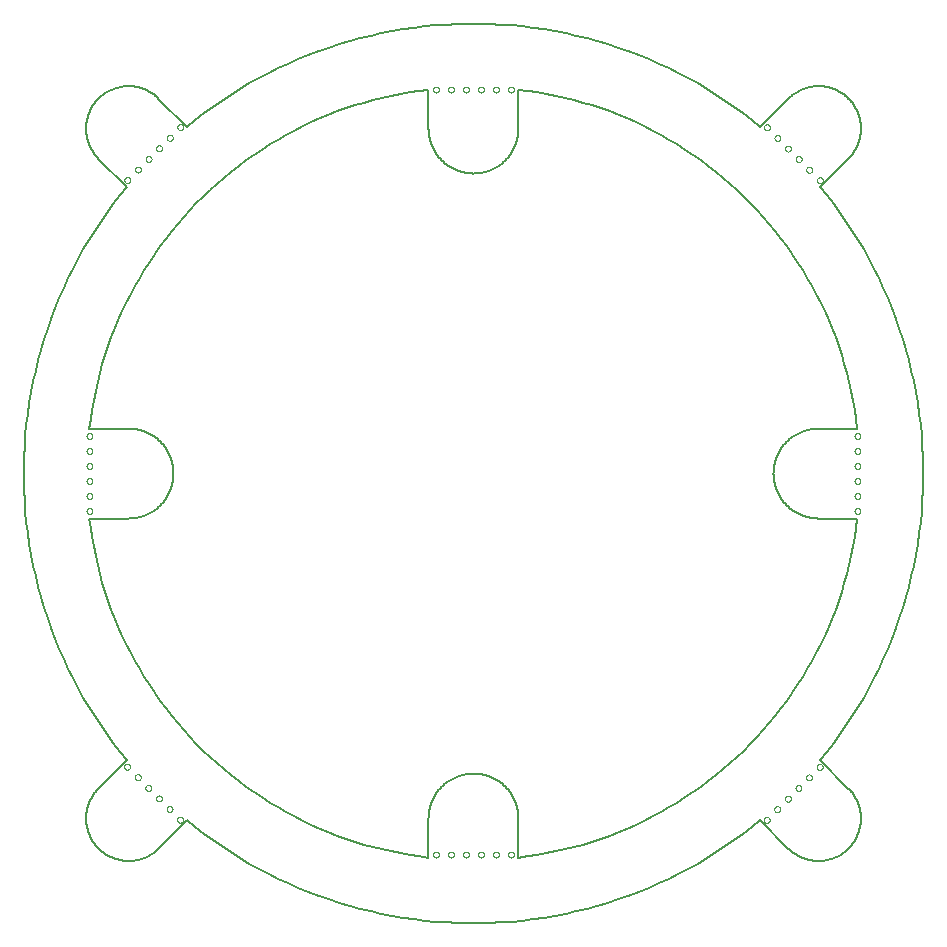
<source format=gko>
G75*
%MOIN*%
%OFA0B0*%
%FSLAX25Y25*%
%IPPOS*%
%LPD*%
%AMOC8*
5,1,8,0,0,1.08239X$1,22.5*
%
%ADD10C,0.00800*%
%ADD11C,0.00000*%
D10*
X0160833Y0263400D02*
X0160833Y0276400D01*
X0175833Y0291400D02*
X0176195Y0291396D01*
X0176558Y0291382D01*
X0176920Y0291361D01*
X0177281Y0291330D01*
X0177641Y0291291D01*
X0178000Y0291243D01*
X0178358Y0291186D01*
X0178715Y0291121D01*
X0179070Y0291047D01*
X0179423Y0290964D01*
X0179774Y0290873D01*
X0180122Y0290774D01*
X0180468Y0290666D01*
X0180812Y0290550D01*
X0181152Y0290425D01*
X0181489Y0290293D01*
X0181823Y0290152D01*
X0182154Y0290003D01*
X0182481Y0289846D01*
X0182804Y0289682D01*
X0183123Y0289510D01*
X0183437Y0289330D01*
X0183748Y0289142D01*
X0184053Y0288947D01*
X0184354Y0288745D01*
X0184650Y0288535D01*
X0184940Y0288319D01*
X0185226Y0288095D01*
X0185506Y0287865D01*
X0185780Y0287628D01*
X0186048Y0287384D01*
X0186311Y0287134D01*
X0186567Y0286878D01*
X0186817Y0286615D01*
X0187061Y0286347D01*
X0187298Y0286073D01*
X0187528Y0285793D01*
X0187752Y0285507D01*
X0187968Y0285217D01*
X0188178Y0284921D01*
X0188380Y0284620D01*
X0188575Y0284315D01*
X0188763Y0284004D01*
X0188943Y0283690D01*
X0189115Y0283371D01*
X0189279Y0283048D01*
X0189436Y0282721D01*
X0189585Y0282390D01*
X0189726Y0282056D01*
X0189858Y0281719D01*
X0189983Y0281379D01*
X0190099Y0281035D01*
X0190207Y0280689D01*
X0190306Y0280341D01*
X0190397Y0279990D01*
X0190480Y0279637D01*
X0190554Y0279282D01*
X0190619Y0278925D01*
X0190676Y0278567D01*
X0190724Y0278208D01*
X0190763Y0277848D01*
X0190794Y0277487D01*
X0190815Y0277125D01*
X0190829Y0276762D01*
X0190833Y0276400D01*
X0190833Y0263400D01*
X0175833Y0291400D02*
X0175471Y0291396D01*
X0175108Y0291382D01*
X0174746Y0291361D01*
X0174385Y0291330D01*
X0174025Y0291291D01*
X0173666Y0291243D01*
X0173308Y0291186D01*
X0172951Y0291121D01*
X0172596Y0291047D01*
X0172243Y0290964D01*
X0171892Y0290873D01*
X0171544Y0290774D01*
X0171198Y0290666D01*
X0170854Y0290550D01*
X0170514Y0290425D01*
X0170177Y0290293D01*
X0169843Y0290152D01*
X0169512Y0290003D01*
X0169185Y0289846D01*
X0168862Y0289682D01*
X0168543Y0289510D01*
X0168229Y0289330D01*
X0167918Y0289142D01*
X0167613Y0288947D01*
X0167312Y0288745D01*
X0167016Y0288535D01*
X0166726Y0288319D01*
X0166440Y0288095D01*
X0166160Y0287865D01*
X0165886Y0287628D01*
X0165618Y0287384D01*
X0165355Y0287134D01*
X0165099Y0286878D01*
X0164849Y0286615D01*
X0164605Y0286347D01*
X0164368Y0286073D01*
X0164138Y0285793D01*
X0163914Y0285507D01*
X0163698Y0285217D01*
X0163488Y0284921D01*
X0163286Y0284620D01*
X0163091Y0284315D01*
X0162903Y0284004D01*
X0162723Y0283690D01*
X0162551Y0283371D01*
X0162387Y0283048D01*
X0162230Y0282721D01*
X0162081Y0282390D01*
X0161940Y0282056D01*
X0161808Y0281719D01*
X0161683Y0281379D01*
X0161567Y0281035D01*
X0161459Y0280689D01*
X0161360Y0280341D01*
X0161269Y0279990D01*
X0161186Y0279637D01*
X0161112Y0279282D01*
X0161047Y0278925D01*
X0160990Y0278567D01*
X0160942Y0278208D01*
X0160903Y0277848D01*
X0160872Y0277487D01*
X0160851Y0277125D01*
X0160837Y0276762D01*
X0160833Y0276400D01*
X0080233Y0275800D02*
X0070833Y0266400D01*
X0070586Y0266160D01*
X0070334Y0265925D01*
X0070076Y0265697D01*
X0069813Y0265475D01*
X0069544Y0265259D01*
X0069270Y0265051D01*
X0068991Y0264849D01*
X0068708Y0264653D01*
X0068419Y0264465D01*
X0068127Y0264284D01*
X0067829Y0264110D01*
X0067528Y0263943D01*
X0067223Y0263784D01*
X0066914Y0263632D01*
X0066601Y0263488D01*
X0066285Y0263351D01*
X0065965Y0263222D01*
X0065643Y0263101D01*
X0065318Y0262988D01*
X0064990Y0262883D01*
X0064659Y0262785D01*
X0064327Y0262696D01*
X0063992Y0262615D01*
X0063655Y0262542D01*
X0063317Y0262478D01*
X0062977Y0262422D01*
X0062636Y0262373D01*
X0062294Y0262334D01*
X0061951Y0262302D01*
X0061608Y0262279D01*
X0061263Y0262265D01*
X0060919Y0262258D01*
X0060575Y0262260D01*
X0060230Y0262271D01*
X0059887Y0262290D01*
X0059543Y0262317D01*
X0059201Y0262353D01*
X0058859Y0262396D01*
X0058519Y0262449D01*
X0058180Y0262509D01*
X0057842Y0262578D01*
X0057507Y0262655D01*
X0057173Y0262740D01*
X0056841Y0262833D01*
X0056512Y0262934D01*
X0056185Y0263043D01*
X0055862Y0263161D01*
X0055541Y0263286D01*
X0055223Y0263418D01*
X0054908Y0263559D01*
X0054597Y0263707D01*
X0054290Y0263863D01*
X0053987Y0264026D01*
X0053688Y0264196D01*
X0053393Y0264374D01*
X0053102Y0264558D01*
X0052816Y0264750D01*
X0052534Y0264949D01*
X0052258Y0265154D01*
X0051987Y0265366D01*
X0051721Y0265585D01*
X0051460Y0265810D01*
X0051205Y0266042D01*
X0050956Y0266279D01*
X0050712Y0266523D01*
X0050475Y0266772D01*
X0050243Y0267027D01*
X0050018Y0267288D01*
X0049799Y0267554D01*
X0049587Y0267825D01*
X0049382Y0268101D01*
X0049183Y0268383D01*
X0048991Y0268669D01*
X0048807Y0268960D01*
X0048629Y0269255D01*
X0048459Y0269554D01*
X0048296Y0269857D01*
X0048140Y0270164D01*
X0047992Y0270475D01*
X0047851Y0270790D01*
X0047719Y0271108D01*
X0047594Y0271429D01*
X0047476Y0271752D01*
X0047367Y0272079D01*
X0047266Y0272408D01*
X0047173Y0272740D01*
X0047088Y0273074D01*
X0047011Y0273409D01*
X0046942Y0273747D01*
X0046882Y0274086D01*
X0046829Y0274426D01*
X0046786Y0274768D01*
X0046750Y0275110D01*
X0046723Y0275454D01*
X0046704Y0275797D01*
X0046693Y0276142D01*
X0046691Y0276486D01*
X0046698Y0276830D01*
X0046712Y0277175D01*
X0046735Y0277518D01*
X0046767Y0277861D01*
X0046806Y0278203D01*
X0046855Y0278544D01*
X0046911Y0278884D01*
X0046975Y0279222D01*
X0047048Y0279559D01*
X0047129Y0279894D01*
X0047218Y0280226D01*
X0047316Y0280557D01*
X0047421Y0280885D01*
X0047534Y0281210D01*
X0047655Y0281532D01*
X0047784Y0281852D01*
X0047921Y0282168D01*
X0048065Y0282481D01*
X0048217Y0282790D01*
X0048376Y0283095D01*
X0048543Y0283396D01*
X0048717Y0283694D01*
X0048898Y0283986D01*
X0049086Y0284275D01*
X0049282Y0284558D01*
X0049484Y0284837D01*
X0049692Y0285111D01*
X0049908Y0285380D01*
X0050130Y0285643D01*
X0050358Y0285901D01*
X0050593Y0286153D01*
X0050833Y0286400D01*
X0060233Y0295800D01*
X0060833Y0376400D02*
X0047833Y0376400D01*
X0060833Y0376400D02*
X0061195Y0376404D01*
X0061558Y0376418D01*
X0061920Y0376439D01*
X0062281Y0376470D01*
X0062641Y0376509D01*
X0063000Y0376557D01*
X0063358Y0376614D01*
X0063715Y0376679D01*
X0064070Y0376753D01*
X0064423Y0376836D01*
X0064774Y0376927D01*
X0065122Y0377026D01*
X0065468Y0377134D01*
X0065812Y0377250D01*
X0066152Y0377375D01*
X0066489Y0377507D01*
X0066823Y0377648D01*
X0067154Y0377797D01*
X0067481Y0377954D01*
X0067804Y0378118D01*
X0068123Y0378290D01*
X0068437Y0378470D01*
X0068748Y0378658D01*
X0069053Y0378853D01*
X0069354Y0379055D01*
X0069650Y0379265D01*
X0069940Y0379481D01*
X0070226Y0379705D01*
X0070506Y0379935D01*
X0070780Y0380172D01*
X0071048Y0380416D01*
X0071311Y0380666D01*
X0071567Y0380922D01*
X0071817Y0381185D01*
X0072061Y0381453D01*
X0072298Y0381727D01*
X0072528Y0382007D01*
X0072752Y0382293D01*
X0072968Y0382583D01*
X0073178Y0382879D01*
X0073380Y0383180D01*
X0073575Y0383485D01*
X0073763Y0383796D01*
X0073943Y0384110D01*
X0074115Y0384429D01*
X0074279Y0384752D01*
X0074436Y0385079D01*
X0074585Y0385410D01*
X0074726Y0385744D01*
X0074858Y0386081D01*
X0074983Y0386421D01*
X0075099Y0386765D01*
X0075207Y0387111D01*
X0075306Y0387459D01*
X0075397Y0387810D01*
X0075480Y0388163D01*
X0075554Y0388518D01*
X0075619Y0388875D01*
X0075676Y0389233D01*
X0075724Y0389592D01*
X0075763Y0389952D01*
X0075794Y0390313D01*
X0075815Y0390675D01*
X0075829Y0391038D01*
X0075833Y0391400D01*
X0075829Y0391762D01*
X0075815Y0392125D01*
X0075794Y0392487D01*
X0075763Y0392848D01*
X0075724Y0393208D01*
X0075676Y0393567D01*
X0075619Y0393925D01*
X0075554Y0394282D01*
X0075480Y0394637D01*
X0075397Y0394990D01*
X0075306Y0395341D01*
X0075207Y0395689D01*
X0075099Y0396035D01*
X0074983Y0396379D01*
X0074858Y0396719D01*
X0074726Y0397056D01*
X0074585Y0397390D01*
X0074436Y0397721D01*
X0074279Y0398048D01*
X0074115Y0398371D01*
X0073943Y0398690D01*
X0073763Y0399004D01*
X0073575Y0399315D01*
X0073380Y0399620D01*
X0073178Y0399921D01*
X0072968Y0400217D01*
X0072752Y0400507D01*
X0072528Y0400793D01*
X0072298Y0401073D01*
X0072061Y0401347D01*
X0071817Y0401615D01*
X0071567Y0401878D01*
X0071311Y0402134D01*
X0071048Y0402384D01*
X0070780Y0402628D01*
X0070506Y0402865D01*
X0070226Y0403095D01*
X0069940Y0403319D01*
X0069650Y0403535D01*
X0069354Y0403745D01*
X0069053Y0403947D01*
X0068748Y0404142D01*
X0068437Y0404330D01*
X0068123Y0404510D01*
X0067804Y0404682D01*
X0067481Y0404846D01*
X0067154Y0405003D01*
X0066823Y0405152D01*
X0066489Y0405293D01*
X0066152Y0405425D01*
X0065812Y0405550D01*
X0065468Y0405666D01*
X0065122Y0405774D01*
X0064774Y0405873D01*
X0064423Y0405964D01*
X0064070Y0406047D01*
X0063715Y0406121D01*
X0063358Y0406186D01*
X0063000Y0406243D01*
X0062641Y0406291D01*
X0062281Y0406330D01*
X0061920Y0406361D01*
X0061558Y0406382D01*
X0061195Y0406396D01*
X0060833Y0406400D01*
X0047833Y0406400D01*
X0060233Y0487000D02*
X0050833Y0496400D01*
X0050593Y0496647D01*
X0050358Y0496899D01*
X0050130Y0497157D01*
X0049908Y0497420D01*
X0049692Y0497689D01*
X0049484Y0497963D01*
X0049282Y0498242D01*
X0049086Y0498525D01*
X0048898Y0498814D01*
X0048717Y0499106D01*
X0048543Y0499404D01*
X0048376Y0499705D01*
X0048217Y0500010D01*
X0048065Y0500319D01*
X0047921Y0500632D01*
X0047784Y0500948D01*
X0047655Y0501268D01*
X0047534Y0501590D01*
X0047421Y0501915D01*
X0047316Y0502243D01*
X0047218Y0502574D01*
X0047129Y0502906D01*
X0047048Y0503241D01*
X0046975Y0503578D01*
X0046911Y0503916D01*
X0046855Y0504256D01*
X0046806Y0504597D01*
X0046767Y0504939D01*
X0046735Y0505282D01*
X0046712Y0505625D01*
X0046698Y0505970D01*
X0046691Y0506314D01*
X0046693Y0506658D01*
X0046704Y0507003D01*
X0046723Y0507346D01*
X0046750Y0507690D01*
X0046786Y0508032D01*
X0046829Y0508374D01*
X0046882Y0508714D01*
X0046942Y0509053D01*
X0047011Y0509391D01*
X0047088Y0509726D01*
X0047173Y0510060D01*
X0047266Y0510392D01*
X0047367Y0510721D01*
X0047476Y0511048D01*
X0047594Y0511371D01*
X0047719Y0511692D01*
X0047851Y0512010D01*
X0047992Y0512325D01*
X0048140Y0512636D01*
X0048296Y0512943D01*
X0048459Y0513246D01*
X0048629Y0513545D01*
X0048807Y0513840D01*
X0048991Y0514131D01*
X0049183Y0514417D01*
X0049382Y0514699D01*
X0049587Y0514975D01*
X0049799Y0515246D01*
X0050018Y0515512D01*
X0050243Y0515773D01*
X0050475Y0516028D01*
X0050712Y0516277D01*
X0050956Y0516521D01*
X0051205Y0516758D01*
X0051460Y0516990D01*
X0051721Y0517215D01*
X0051987Y0517434D01*
X0052258Y0517646D01*
X0052534Y0517851D01*
X0052816Y0518050D01*
X0053102Y0518242D01*
X0053393Y0518426D01*
X0053688Y0518604D01*
X0053987Y0518774D01*
X0054290Y0518937D01*
X0054597Y0519093D01*
X0054908Y0519241D01*
X0055223Y0519382D01*
X0055541Y0519514D01*
X0055862Y0519639D01*
X0056185Y0519757D01*
X0056512Y0519866D01*
X0056841Y0519967D01*
X0057173Y0520060D01*
X0057507Y0520145D01*
X0057842Y0520222D01*
X0058180Y0520291D01*
X0058519Y0520351D01*
X0058859Y0520404D01*
X0059201Y0520447D01*
X0059543Y0520483D01*
X0059887Y0520510D01*
X0060230Y0520529D01*
X0060575Y0520540D01*
X0060919Y0520542D01*
X0061263Y0520535D01*
X0061608Y0520521D01*
X0061951Y0520498D01*
X0062294Y0520466D01*
X0062636Y0520427D01*
X0062977Y0520378D01*
X0063317Y0520322D01*
X0063655Y0520258D01*
X0063992Y0520185D01*
X0064327Y0520104D01*
X0064659Y0520015D01*
X0064990Y0519917D01*
X0065318Y0519812D01*
X0065643Y0519699D01*
X0065965Y0519578D01*
X0066285Y0519449D01*
X0066601Y0519312D01*
X0066914Y0519168D01*
X0067223Y0519016D01*
X0067528Y0518857D01*
X0067829Y0518690D01*
X0068127Y0518516D01*
X0068419Y0518335D01*
X0068708Y0518147D01*
X0068991Y0517951D01*
X0069270Y0517749D01*
X0069544Y0517541D01*
X0069813Y0517325D01*
X0070076Y0517103D01*
X0070334Y0516875D01*
X0070586Y0516640D01*
X0070833Y0516400D01*
X0080233Y0507000D01*
X0160833Y0506400D02*
X0160833Y0519400D01*
X0160833Y0506400D02*
X0160837Y0506038D01*
X0160851Y0505675D01*
X0160872Y0505313D01*
X0160903Y0504952D01*
X0160942Y0504592D01*
X0160990Y0504233D01*
X0161047Y0503875D01*
X0161112Y0503518D01*
X0161186Y0503163D01*
X0161269Y0502810D01*
X0161360Y0502459D01*
X0161459Y0502111D01*
X0161567Y0501765D01*
X0161683Y0501421D01*
X0161808Y0501081D01*
X0161940Y0500744D01*
X0162081Y0500410D01*
X0162230Y0500079D01*
X0162387Y0499752D01*
X0162551Y0499429D01*
X0162723Y0499110D01*
X0162903Y0498796D01*
X0163091Y0498485D01*
X0163286Y0498180D01*
X0163488Y0497879D01*
X0163698Y0497583D01*
X0163914Y0497293D01*
X0164138Y0497007D01*
X0164368Y0496727D01*
X0164605Y0496453D01*
X0164849Y0496185D01*
X0165099Y0495922D01*
X0165355Y0495666D01*
X0165618Y0495416D01*
X0165886Y0495172D01*
X0166160Y0494935D01*
X0166440Y0494705D01*
X0166726Y0494481D01*
X0167016Y0494265D01*
X0167312Y0494055D01*
X0167613Y0493853D01*
X0167918Y0493658D01*
X0168229Y0493470D01*
X0168543Y0493290D01*
X0168862Y0493118D01*
X0169185Y0492954D01*
X0169512Y0492797D01*
X0169843Y0492648D01*
X0170177Y0492507D01*
X0170514Y0492375D01*
X0170854Y0492250D01*
X0171198Y0492134D01*
X0171544Y0492026D01*
X0171892Y0491927D01*
X0172243Y0491836D01*
X0172596Y0491753D01*
X0172951Y0491679D01*
X0173308Y0491614D01*
X0173666Y0491557D01*
X0174025Y0491509D01*
X0174385Y0491470D01*
X0174746Y0491439D01*
X0175108Y0491418D01*
X0175471Y0491404D01*
X0175833Y0491400D01*
X0176195Y0491404D01*
X0176558Y0491418D01*
X0176920Y0491439D01*
X0177281Y0491470D01*
X0177641Y0491509D01*
X0178000Y0491557D01*
X0178358Y0491614D01*
X0178715Y0491679D01*
X0179070Y0491753D01*
X0179423Y0491836D01*
X0179774Y0491927D01*
X0180122Y0492026D01*
X0180468Y0492134D01*
X0180812Y0492250D01*
X0181152Y0492375D01*
X0181489Y0492507D01*
X0181823Y0492648D01*
X0182154Y0492797D01*
X0182481Y0492954D01*
X0182804Y0493118D01*
X0183123Y0493290D01*
X0183437Y0493470D01*
X0183748Y0493658D01*
X0184053Y0493853D01*
X0184354Y0494055D01*
X0184650Y0494265D01*
X0184940Y0494481D01*
X0185226Y0494705D01*
X0185506Y0494935D01*
X0185780Y0495172D01*
X0186048Y0495416D01*
X0186311Y0495666D01*
X0186567Y0495922D01*
X0186817Y0496185D01*
X0187061Y0496453D01*
X0187298Y0496727D01*
X0187528Y0497007D01*
X0187752Y0497293D01*
X0187968Y0497583D01*
X0188178Y0497879D01*
X0188380Y0498180D01*
X0188575Y0498485D01*
X0188763Y0498796D01*
X0188943Y0499110D01*
X0189115Y0499429D01*
X0189279Y0499752D01*
X0189436Y0500079D01*
X0189585Y0500410D01*
X0189726Y0500744D01*
X0189858Y0501081D01*
X0189983Y0501421D01*
X0190099Y0501765D01*
X0190207Y0502111D01*
X0190306Y0502459D01*
X0190397Y0502810D01*
X0190480Y0503163D01*
X0190554Y0503518D01*
X0190619Y0503875D01*
X0190676Y0504233D01*
X0190724Y0504592D01*
X0190763Y0504952D01*
X0190794Y0505313D01*
X0190815Y0505675D01*
X0190829Y0506038D01*
X0190833Y0506400D01*
X0190833Y0519400D01*
X0271433Y0507000D02*
X0280833Y0516400D01*
X0281082Y0516642D01*
X0281336Y0516879D01*
X0281596Y0517108D01*
X0281861Y0517332D01*
X0282132Y0517549D01*
X0282409Y0517759D01*
X0282690Y0517962D01*
X0282976Y0518159D01*
X0283267Y0518348D01*
X0283563Y0518530D01*
X0283862Y0518705D01*
X0284167Y0518872D01*
X0284475Y0519032D01*
X0284787Y0519184D01*
X0285102Y0519329D01*
X0285421Y0519466D01*
X0285743Y0519594D01*
X0286069Y0519715D01*
X0286397Y0519828D01*
X0286728Y0519933D01*
X0287061Y0520030D01*
X0287397Y0520118D01*
X0287734Y0520198D01*
X0288074Y0520270D01*
X0288415Y0520334D01*
X0288758Y0520389D01*
X0289102Y0520436D01*
X0289447Y0520474D01*
X0289793Y0520504D01*
X0290139Y0520525D01*
X0290486Y0520538D01*
X0290833Y0520542D01*
X0291180Y0520538D01*
X0291527Y0520525D01*
X0291873Y0520504D01*
X0292219Y0520474D01*
X0292564Y0520436D01*
X0292908Y0520389D01*
X0293251Y0520334D01*
X0293592Y0520270D01*
X0293932Y0520198D01*
X0294269Y0520118D01*
X0294605Y0520030D01*
X0294938Y0519933D01*
X0295269Y0519828D01*
X0295597Y0519715D01*
X0295923Y0519594D01*
X0296245Y0519466D01*
X0296564Y0519329D01*
X0296879Y0519184D01*
X0297191Y0519032D01*
X0297499Y0518872D01*
X0297804Y0518705D01*
X0298103Y0518530D01*
X0298399Y0518348D01*
X0298690Y0518159D01*
X0298976Y0517962D01*
X0299257Y0517759D01*
X0299534Y0517549D01*
X0299805Y0517332D01*
X0300070Y0517108D01*
X0300330Y0516879D01*
X0300584Y0516642D01*
X0300833Y0516400D01*
X0301075Y0516151D01*
X0301312Y0515897D01*
X0301541Y0515637D01*
X0301765Y0515372D01*
X0301982Y0515101D01*
X0302192Y0514824D01*
X0302395Y0514543D01*
X0302592Y0514257D01*
X0302781Y0513966D01*
X0302963Y0513670D01*
X0303138Y0513371D01*
X0303305Y0513066D01*
X0303465Y0512758D01*
X0303617Y0512446D01*
X0303762Y0512131D01*
X0303899Y0511812D01*
X0304027Y0511490D01*
X0304148Y0511164D01*
X0304261Y0510836D01*
X0304366Y0510505D01*
X0304463Y0510172D01*
X0304551Y0509836D01*
X0304631Y0509499D01*
X0304703Y0509159D01*
X0304767Y0508818D01*
X0304822Y0508475D01*
X0304869Y0508131D01*
X0304907Y0507786D01*
X0304937Y0507440D01*
X0304958Y0507094D01*
X0304971Y0506747D01*
X0304975Y0506400D01*
X0304971Y0506053D01*
X0304958Y0505706D01*
X0304937Y0505360D01*
X0304907Y0505014D01*
X0304869Y0504669D01*
X0304822Y0504325D01*
X0304767Y0503982D01*
X0304703Y0503641D01*
X0304631Y0503301D01*
X0304551Y0502964D01*
X0304463Y0502628D01*
X0304366Y0502295D01*
X0304261Y0501964D01*
X0304148Y0501636D01*
X0304027Y0501310D01*
X0303899Y0500988D01*
X0303762Y0500669D01*
X0303617Y0500354D01*
X0303465Y0500042D01*
X0303305Y0499734D01*
X0303138Y0499429D01*
X0302963Y0499130D01*
X0302781Y0498834D01*
X0302592Y0498543D01*
X0302395Y0498257D01*
X0302192Y0497976D01*
X0301982Y0497699D01*
X0301765Y0497428D01*
X0301541Y0497163D01*
X0301312Y0496903D01*
X0301075Y0496649D01*
X0300833Y0496400D01*
X0291433Y0487000D01*
X0290833Y0406400D02*
X0303833Y0406400D01*
X0275833Y0391400D02*
X0275837Y0391038D01*
X0275851Y0390675D01*
X0275872Y0390313D01*
X0275903Y0389952D01*
X0275942Y0389592D01*
X0275990Y0389233D01*
X0276047Y0388875D01*
X0276112Y0388518D01*
X0276186Y0388163D01*
X0276269Y0387810D01*
X0276360Y0387459D01*
X0276459Y0387111D01*
X0276567Y0386765D01*
X0276683Y0386421D01*
X0276808Y0386081D01*
X0276940Y0385744D01*
X0277081Y0385410D01*
X0277230Y0385079D01*
X0277387Y0384752D01*
X0277551Y0384429D01*
X0277723Y0384110D01*
X0277903Y0383796D01*
X0278091Y0383485D01*
X0278286Y0383180D01*
X0278488Y0382879D01*
X0278698Y0382583D01*
X0278914Y0382293D01*
X0279138Y0382007D01*
X0279368Y0381727D01*
X0279605Y0381453D01*
X0279849Y0381185D01*
X0280099Y0380922D01*
X0280355Y0380666D01*
X0280618Y0380416D01*
X0280886Y0380172D01*
X0281160Y0379935D01*
X0281440Y0379705D01*
X0281726Y0379481D01*
X0282016Y0379265D01*
X0282312Y0379055D01*
X0282613Y0378853D01*
X0282918Y0378658D01*
X0283229Y0378470D01*
X0283543Y0378290D01*
X0283862Y0378118D01*
X0284185Y0377954D01*
X0284512Y0377797D01*
X0284843Y0377648D01*
X0285177Y0377507D01*
X0285514Y0377375D01*
X0285854Y0377250D01*
X0286198Y0377134D01*
X0286544Y0377026D01*
X0286892Y0376927D01*
X0287243Y0376836D01*
X0287596Y0376753D01*
X0287951Y0376679D01*
X0288308Y0376614D01*
X0288666Y0376557D01*
X0289025Y0376509D01*
X0289385Y0376470D01*
X0289746Y0376439D01*
X0290108Y0376418D01*
X0290471Y0376404D01*
X0290833Y0376400D01*
X0303833Y0376400D01*
X0275833Y0391400D02*
X0275837Y0391762D01*
X0275851Y0392125D01*
X0275872Y0392487D01*
X0275903Y0392848D01*
X0275942Y0393208D01*
X0275990Y0393567D01*
X0276047Y0393925D01*
X0276112Y0394282D01*
X0276186Y0394637D01*
X0276269Y0394990D01*
X0276360Y0395341D01*
X0276459Y0395689D01*
X0276567Y0396035D01*
X0276683Y0396379D01*
X0276808Y0396719D01*
X0276940Y0397056D01*
X0277081Y0397390D01*
X0277230Y0397721D01*
X0277387Y0398048D01*
X0277551Y0398371D01*
X0277723Y0398690D01*
X0277903Y0399004D01*
X0278091Y0399315D01*
X0278286Y0399620D01*
X0278488Y0399921D01*
X0278698Y0400217D01*
X0278914Y0400507D01*
X0279138Y0400793D01*
X0279368Y0401073D01*
X0279605Y0401347D01*
X0279849Y0401615D01*
X0280099Y0401878D01*
X0280355Y0402134D01*
X0280618Y0402384D01*
X0280886Y0402628D01*
X0281160Y0402865D01*
X0281440Y0403095D01*
X0281726Y0403319D01*
X0282016Y0403535D01*
X0282312Y0403745D01*
X0282613Y0403947D01*
X0282918Y0404142D01*
X0283229Y0404330D01*
X0283543Y0404510D01*
X0283862Y0404682D01*
X0284185Y0404846D01*
X0284512Y0405003D01*
X0284843Y0405152D01*
X0285177Y0405293D01*
X0285514Y0405425D01*
X0285854Y0405550D01*
X0286198Y0405666D01*
X0286544Y0405774D01*
X0286892Y0405873D01*
X0287243Y0405964D01*
X0287596Y0406047D01*
X0287951Y0406121D01*
X0288308Y0406186D01*
X0288666Y0406243D01*
X0289025Y0406291D01*
X0289385Y0406330D01*
X0289746Y0406361D01*
X0290108Y0406382D01*
X0290471Y0406396D01*
X0290833Y0406400D01*
X0291433Y0295800D02*
X0300833Y0286400D01*
X0301073Y0286153D01*
X0301308Y0285901D01*
X0301536Y0285643D01*
X0301758Y0285380D01*
X0301974Y0285111D01*
X0302182Y0284837D01*
X0302384Y0284558D01*
X0302580Y0284275D01*
X0302768Y0283986D01*
X0302949Y0283694D01*
X0303123Y0283396D01*
X0303290Y0283095D01*
X0303449Y0282790D01*
X0303601Y0282481D01*
X0303745Y0282168D01*
X0303882Y0281852D01*
X0304011Y0281532D01*
X0304132Y0281210D01*
X0304245Y0280885D01*
X0304350Y0280557D01*
X0304448Y0280226D01*
X0304537Y0279894D01*
X0304618Y0279559D01*
X0304691Y0279222D01*
X0304755Y0278884D01*
X0304811Y0278544D01*
X0304860Y0278203D01*
X0304899Y0277861D01*
X0304931Y0277518D01*
X0304954Y0277175D01*
X0304968Y0276830D01*
X0304975Y0276486D01*
X0304973Y0276142D01*
X0304962Y0275797D01*
X0304943Y0275454D01*
X0304916Y0275110D01*
X0304880Y0274768D01*
X0304837Y0274426D01*
X0304784Y0274086D01*
X0304724Y0273747D01*
X0304655Y0273409D01*
X0304578Y0273074D01*
X0304493Y0272740D01*
X0304400Y0272408D01*
X0304299Y0272079D01*
X0304190Y0271752D01*
X0304072Y0271429D01*
X0303947Y0271108D01*
X0303815Y0270790D01*
X0303674Y0270475D01*
X0303526Y0270164D01*
X0303370Y0269857D01*
X0303207Y0269554D01*
X0303037Y0269255D01*
X0302859Y0268960D01*
X0302675Y0268669D01*
X0302483Y0268383D01*
X0302284Y0268101D01*
X0302079Y0267825D01*
X0301867Y0267554D01*
X0301648Y0267288D01*
X0301423Y0267027D01*
X0301191Y0266772D01*
X0300954Y0266523D01*
X0300710Y0266279D01*
X0300461Y0266042D01*
X0300206Y0265810D01*
X0299945Y0265585D01*
X0299679Y0265366D01*
X0299408Y0265154D01*
X0299132Y0264949D01*
X0298850Y0264750D01*
X0298564Y0264558D01*
X0298273Y0264374D01*
X0297978Y0264196D01*
X0297679Y0264026D01*
X0297376Y0263863D01*
X0297069Y0263707D01*
X0296758Y0263559D01*
X0296443Y0263418D01*
X0296125Y0263286D01*
X0295804Y0263161D01*
X0295481Y0263043D01*
X0295154Y0262934D01*
X0294825Y0262833D01*
X0294493Y0262740D01*
X0294159Y0262655D01*
X0293824Y0262578D01*
X0293486Y0262509D01*
X0293147Y0262449D01*
X0292807Y0262396D01*
X0292465Y0262353D01*
X0292123Y0262317D01*
X0291779Y0262290D01*
X0291436Y0262271D01*
X0291091Y0262260D01*
X0290747Y0262258D01*
X0290403Y0262265D01*
X0290058Y0262279D01*
X0289715Y0262302D01*
X0289372Y0262334D01*
X0289030Y0262373D01*
X0288689Y0262422D01*
X0288349Y0262478D01*
X0288011Y0262542D01*
X0287674Y0262615D01*
X0287339Y0262696D01*
X0287007Y0262785D01*
X0286676Y0262883D01*
X0286348Y0262988D01*
X0286023Y0263101D01*
X0285701Y0263222D01*
X0285381Y0263351D01*
X0285065Y0263488D01*
X0284752Y0263632D01*
X0284443Y0263784D01*
X0284138Y0263943D01*
X0283837Y0264110D01*
X0283539Y0264284D01*
X0283247Y0264465D01*
X0282958Y0264653D01*
X0282675Y0264849D01*
X0282396Y0265051D01*
X0282122Y0265259D01*
X0281853Y0265475D01*
X0281590Y0265697D01*
X0281332Y0265925D01*
X0281080Y0266160D01*
X0280833Y0266400D01*
X0271433Y0275800D01*
X0190833Y0263400D02*
X0193945Y0263793D01*
X0197046Y0264262D01*
X0200134Y0264807D01*
X0203209Y0265427D01*
X0206267Y0266121D01*
X0209307Y0266891D01*
X0212328Y0267734D01*
X0215327Y0268651D01*
X0218303Y0269641D01*
X0221254Y0270703D01*
X0224178Y0271838D01*
X0227073Y0273043D01*
X0229938Y0274318D01*
X0232771Y0275664D01*
X0235571Y0277078D01*
X0238335Y0278560D01*
X0241062Y0280109D01*
X0243750Y0281724D01*
X0246398Y0283405D01*
X0249004Y0285149D01*
X0251567Y0286957D01*
X0254085Y0288827D01*
X0256556Y0290758D01*
X0258979Y0292749D01*
X0261354Y0294798D01*
X0263677Y0296904D01*
X0265948Y0299067D01*
X0268166Y0301285D01*
X0270329Y0303556D01*
X0272435Y0305879D01*
X0274484Y0308254D01*
X0276475Y0310677D01*
X0278406Y0313148D01*
X0280276Y0315666D01*
X0282084Y0318229D01*
X0283828Y0320835D01*
X0285509Y0323483D01*
X0287124Y0326171D01*
X0288673Y0328898D01*
X0290155Y0331662D01*
X0291569Y0334462D01*
X0292915Y0337295D01*
X0294190Y0340160D01*
X0295395Y0343055D01*
X0296530Y0345979D01*
X0297592Y0348930D01*
X0298582Y0351906D01*
X0299499Y0354905D01*
X0300342Y0357926D01*
X0301112Y0360966D01*
X0301806Y0364024D01*
X0302426Y0367099D01*
X0302971Y0370187D01*
X0303440Y0373288D01*
X0303833Y0376400D01*
X0303833Y0406400D02*
X0303440Y0409512D01*
X0302971Y0412613D01*
X0302426Y0415701D01*
X0301806Y0418776D01*
X0301112Y0421834D01*
X0300342Y0424874D01*
X0299499Y0427895D01*
X0298582Y0430894D01*
X0297592Y0433870D01*
X0296530Y0436821D01*
X0295395Y0439745D01*
X0294190Y0442640D01*
X0292915Y0445505D01*
X0291569Y0448338D01*
X0290155Y0451138D01*
X0288673Y0453902D01*
X0287124Y0456629D01*
X0285509Y0459317D01*
X0283828Y0461965D01*
X0282084Y0464571D01*
X0280276Y0467134D01*
X0278406Y0469652D01*
X0276475Y0472123D01*
X0274484Y0474546D01*
X0272435Y0476921D01*
X0270329Y0479244D01*
X0268166Y0481515D01*
X0265948Y0483733D01*
X0263677Y0485896D01*
X0261354Y0488002D01*
X0258979Y0490051D01*
X0256556Y0492042D01*
X0254085Y0493973D01*
X0251567Y0495843D01*
X0249004Y0497651D01*
X0246398Y0499395D01*
X0243750Y0501076D01*
X0241062Y0502691D01*
X0238335Y0504240D01*
X0235571Y0505722D01*
X0232771Y0507136D01*
X0229938Y0508482D01*
X0227073Y0509757D01*
X0224178Y0510962D01*
X0221254Y0512097D01*
X0218303Y0513159D01*
X0215327Y0514149D01*
X0212328Y0515066D01*
X0209307Y0515909D01*
X0206267Y0516679D01*
X0203209Y0517373D01*
X0200134Y0517993D01*
X0197046Y0518538D01*
X0193945Y0519007D01*
X0190833Y0519400D01*
X0160834Y0519400D02*
X0157722Y0519007D01*
X0154621Y0518538D01*
X0151533Y0517993D01*
X0148458Y0517373D01*
X0145400Y0516679D01*
X0142360Y0515909D01*
X0139339Y0515066D01*
X0136340Y0514149D01*
X0133364Y0513159D01*
X0130413Y0512097D01*
X0127489Y0510962D01*
X0124594Y0509757D01*
X0121729Y0508482D01*
X0118896Y0507136D01*
X0116096Y0505722D01*
X0113332Y0504240D01*
X0110605Y0502691D01*
X0107917Y0501076D01*
X0105269Y0499395D01*
X0102663Y0497651D01*
X0100100Y0495843D01*
X0097582Y0493973D01*
X0095111Y0492042D01*
X0092688Y0490051D01*
X0090313Y0488002D01*
X0087990Y0485896D01*
X0085719Y0483733D01*
X0083501Y0481515D01*
X0081338Y0479244D01*
X0079232Y0476921D01*
X0077183Y0474546D01*
X0075192Y0472123D01*
X0073261Y0469652D01*
X0071391Y0467134D01*
X0069583Y0464571D01*
X0067839Y0461965D01*
X0066158Y0459317D01*
X0064543Y0456629D01*
X0062994Y0453902D01*
X0061512Y0451138D01*
X0060098Y0448338D01*
X0058752Y0445505D01*
X0057477Y0442640D01*
X0056272Y0439745D01*
X0055137Y0436821D01*
X0054075Y0433870D01*
X0053085Y0430894D01*
X0052168Y0427895D01*
X0051325Y0424874D01*
X0050555Y0421834D01*
X0049861Y0418776D01*
X0049241Y0415701D01*
X0048696Y0412613D01*
X0048227Y0409512D01*
X0047834Y0406400D01*
X0047834Y0376400D02*
X0048227Y0373288D01*
X0048696Y0370187D01*
X0049241Y0367099D01*
X0049861Y0364024D01*
X0050555Y0360966D01*
X0051325Y0357926D01*
X0052168Y0354905D01*
X0053085Y0351906D01*
X0054075Y0348930D01*
X0055137Y0345979D01*
X0056272Y0343055D01*
X0057477Y0340160D01*
X0058752Y0337295D01*
X0060098Y0334462D01*
X0061512Y0331662D01*
X0062994Y0328898D01*
X0064543Y0326171D01*
X0066158Y0323483D01*
X0067839Y0320835D01*
X0069583Y0318229D01*
X0071391Y0315666D01*
X0073261Y0313148D01*
X0075192Y0310677D01*
X0077183Y0308254D01*
X0079232Y0305879D01*
X0081338Y0303556D01*
X0083501Y0301285D01*
X0085719Y0299067D01*
X0087990Y0296904D01*
X0090313Y0294798D01*
X0092688Y0292749D01*
X0095111Y0290758D01*
X0097582Y0288827D01*
X0100100Y0286957D01*
X0102663Y0285149D01*
X0105269Y0283405D01*
X0107917Y0281724D01*
X0110605Y0280109D01*
X0113332Y0278560D01*
X0116096Y0277078D01*
X0118896Y0275664D01*
X0121729Y0274318D01*
X0124594Y0273043D01*
X0127489Y0271838D01*
X0130413Y0270703D01*
X0133364Y0269641D01*
X0136340Y0268651D01*
X0139339Y0267734D01*
X0142360Y0266891D01*
X0145400Y0266121D01*
X0148458Y0265427D01*
X0151533Y0264807D01*
X0154621Y0264262D01*
X0157722Y0263793D01*
X0160834Y0263400D01*
X0080233Y0507000D02*
X0083066Y0509278D01*
X0085953Y0511488D01*
X0088893Y0513626D01*
X0091884Y0515693D01*
X0094924Y0517687D01*
X0098011Y0519607D01*
X0101144Y0521452D01*
X0104320Y0523220D01*
X0107539Y0524911D01*
X0110797Y0526524D01*
X0114093Y0528057D01*
X0117426Y0529511D01*
X0120792Y0530883D01*
X0124191Y0532173D01*
X0127620Y0533381D01*
X0131077Y0534506D01*
X0134561Y0535546D01*
X0138068Y0536502D01*
X0141598Y0537373D01*
X0145148Y0538158D01*
X0148715Y0538857D01*
X0152299Y0539470D01*
X0155896Y0539996D01*
X0159505Y0540434D01*
X0163124Y0540786D01*
X0166750Y0541049D01*
X0170381Y0541225D01*
X0174015Y0541313D01*
X0177651Y0541313D01*
X0181285Y0541225D01*
X0184916Y0541049D01*
X0188542Y0540786D01*
X0192161Y0540434D01*
X0195770Y0539996D01*
X0199367Y0539470D01*
X0202951Y0538857D01*
X0206518Y0538158D01*
X0210068Y0537373D01*
X0213598Y0536502D01*
X0217105Y0535546D01*
X0220589Y0534506D01*
X0224046Y0533381D01*
X0227475Y0532173D01*
X0230874Y0530883D01*
X0234240Y0529511D01*
X0237573Y0528057D01*
X0240869Y0526524D01*
X0244127Y0524911D01*
X0247346Y0523220D01*
X0250522Y0521452D01*
X0253655Y0519607D01*
X0256742Y0517687D01*
X0259782Y0515693D01*
X0262773Y0513626D01*
X0265713Y0511488D01*
X0268600Y0509278D01*
X0271433Y0507000D01*
X0271433Y0275800D02*
X0268600Y0273522D01*
X0265713Y0271312D01*
X0262773Y0269174D01*
X0259782Y0267107D01*
X0256742Y0265113D01*
X0253655Y0263193D01*
X0250522Y0261348D01*
X0247346Y0259580D01*
X0244127Y0257889D01*
X0240869Y0256276D01*
X0237573Y0254743D01*
X0234240Y0253289D01*
X0230874Y0251917D01*
X0227475Y0250627D01*
X0224046Y0249419D01*
X0220589Y0248294D01*
X0217105Y0247254D01*
X0213598Y0246298D01*
X0210068Y0245427D01*
X0206518Y0244642D01*
X0202951Y0243943D01*
X0199367Y0243330D01*
X0195770Y0242804D01*
X0192161Y0242366D01*
X0188542Y0242014D01*
X0184916Y0241751D01*
X0181285Y0241575D01*
X0177651Y0241487D01*
X0174015Y0241487D01*
X0170381Y0241575D01*
X0166750Y0241751D01*
X0163124Y0242014D01*
X0159505Y0242366D01*
X0155896Y0242804D01*
X0152299Y0243330D01*
X0148715Y0243943D01*
X0145148Y0244642D01*
X0141598Y0245427D01*
X0138068Y0246298D01*
X0134561Y0247254D01*
X0131077Y0248294D01*
X0127620Y0249419D01*
X0124191Y0250627D01*
X0120792Y0251917D01*
X0117426Y0253289D01*
X0114093Y0254743D01*
X0110797Y0256276D01*
X0107539Y0257889D01*
X0104320Y0259580D01*
X0101144Y0261348D01*
X0098011Y0263193D01*
X0094924Y0265113D01*
X0091884Y0267107D01*
X0088893Y0269174D01*
X0085953Y0271312D01*
X0083066Y0273522D01*
X0080233Y0275800D01*
X0291433Y0295800D02*
X0293711Y0298633D01*
X0295921Y0301520D01*
X0298059Y0304460D01*
X0300126Y0307451D01*
X0302120Y0310491D01*
X0304040Y0313578D01*
X0305885Y0316711D01*
X0307653Y0319887D01*
X0309344Y0323106D01*
X0310957Y0326364D01*
X0312490Y0329660D01*
X0313944Y0332993D01*
X0315316Y0336359D01*
X0316606Y0339758D01*
X0317814Y0343187D01*
X0318939Y0346644D01*
X0319979Y0350128D01*
X0320935Y0353635D01*
X0321806Y0357165D01*
X0322591Y0360715D01*
X0323290Y0364282D01*
X0323903Y0367866D01*
X0324429Y0371463D01*
X0324867Y0375072D01*
X0325219Y0378691D01*
X0325482Y0382317D01*
X0325658Y0385948D01*
X0325746Y0389582D01*
X0325746Y0393218D01*
X0325658Y0396852D01*
X0325482Y0400483D01*
X0325219Y0404109D01*
X0324867Y0407728D01*
X0324429Y0411337D01*
X0323903Y0414934D01*
X0323290Y0418518D01*
X0322591Y0422085D01*
X0321806Y0425635D01*
X0320935Y0429165D01*
X0319979Y0432672D01*
X0318939Y0436156D01*
X0317814Y0439613D01*
X0316606Y0443042D01*
X0315316Y0446441D01*
X0313944Y0449807D01*
X0312490Y0453140D01*
X0310957Y0456436D01*
X0309344Y0459694D01*
X0307653Y0462913D01*
X0305885Y0466089D01*
X0304040Y0469222D01*
X0302120Y0472309D01*
X0300126Y0475349D01*
X0298059Y0478340D01*
X0295921Y0481280D01*
X0293711Y0484167D01*
X0291433Y0487000D01*
X0060233Y0487000D02*
X0057955Y0484167D01*
X0055745Y0481280D01*
X0053607Y0478340D01*
X0051540Y0475349D01*
X0049546Y0472309D01*
X0047626Y0469222D01*
X0045781Y0466089D01*
X0044013Y0462913D01*
X0042322Y0459694D01*
X0040709Y0456436D01*
X0039176Y0453140D01*
X0037722Y0449807D01*
X0036350Y0446441D01*
X0035060Y0443042D01*
X0033852Y0439613D01*
X0032727Y0436156D01*
X0031687Y0432672D01*
X0030731Y0429165D01*
X0029860Y0425635D01*
X0029075Y0422085D01*
X0028376Y0418518D01*
X0027763Y0414934D01*
X0027237Y0411337D01*
X0026799Y0407728D01*
X0026447Y0404109D01*
X0026184Y0400483D01*
X0026008Y0396852D01*
X0025920Y0393218D01*
X0025920Y0389582D01*
X0026008Y0385948D01*
X0026184Y0382317D01*
X0026447Y0378691D01*
X0026799Y0375072D01*
X0027237Y0371463D01*
X0027763Y0367866D01*
X0028376Y0364282D01*
X0029075Y0360715D01*
X0029860Y0357165D01*
X0030731Y0353635D01*
X0031687Y0350128D01*
X0032727Y0346644D01*
X0033852Y0343187D01*
X0035060Y0339758D01*
X0036350Y0336359D01*
X0037722Y0332993D01*
X0039176Y0329660D01*
X0040709Y0326364D01*
X0042322Y0323106D01*
X0044013Y0319887D01*
X0045781Y0316711D01*
X0047626Y0313578D01*
X0049546Y0310491D01*
X0051540Y0307451D01*
X0053607Y0304460D01*
X0055745Y0301520D01*
X0057955Y0298633D01*
X0060233Y0295800D01*
D11*
X0059373Y0293689D02*
X0059375Y0293752D01*
X0059381Y0293814D01*
X0059391Y0293876D01*
X0059404Y0293938D01*
X0059422Y0293998D01*
X0059443Y0294057D01*
X0059468Y0294115D01*
X0059497Y0294171D01*
X0059529Y0294225D01*
X0059564Y0294277D01*
X0059602Y0294326D01*
X0059644Y0294374D01*
X0059688Y0294418D01*
X0059736Y0294460D01*
X0059785Y0294498D01*
X0059837Y0294533D01*
X0059891Y0294565D01*
X0059947Y0294594D01*
X0060005Y0294619D01*
X0060064Y0294640D01*
X0060124Y0294658D01*
X0060186Y0294671D01*
X0060248Y0294681D01*
X0060310Y0294687D01*
X0060373Y0294689D01*
X0060436Y0294687D01*
X0060498Y0294681D01*
X0060560Y0294671D01*
X0060622Y0294658D01*
X0060682Y0294640D01*
X0060741Y0294619D01*
X0060799Y0294594D01*
X0060855Y0294565D01*
X0060909Y0294533D01*
X0060961Y0294498D01*
X0061010Y0294460D01*
X0061058Y0294418D01*
X0061102Y0294374D01*
X0061144Y0294326D01*
X0061182Y0294277D01*
X0061217Y0294225D01*
X0061249Y0294171D01*
X0061278Y0294115D01*
X0061303Y0294057D01*
X0061324Y0293998D01*
X0061342Y0293938D01*
X0061355Y0293876D01*
X0061365Y0293814D01*
X0061371Y0293752D01*
X0061373Y0293689D01*
X0061371Y0293626D01*
X0061365Y0293564D01*
X0061355Y0293502D01*
X0061342Y0293440D01*
X0061324Y0293380D01*
X0061303Y0293321D01*
X0061278Y0293263D01*
X0061249Y0293207D01*
X0061217Y0293153D01*
X0061182Y0293101D01*
X0061144Y0293052D01*
X0061102Y0293004D01*
X0061058Y0292960D01*
X0061010Y0292918D01*
X0060961Y0292880D01*
X0060909Y0292845D01*
X0060855Y0292813D01*
X0060799Y0292784D01*
X0060741Y0292759D01*
X0060682Y0292738D01*
X0060622Y0292720D01*
X0060560Y0292707D01*
X0060498Y0292697D01*
X0060436Y0292691D01*
X0060373Y0292689D01*
X0060310Y0292691D01*
X0060248Y0292697D01*
X0060186Y0292707D01*
X0060124Y0292720D01*
X0060064Y0292738D01*
X0060005Y0292759D01*
X0059947Y0292784D01*
X0059891Y0292813D01*
X0059837Y0292845D01*
X0059785Y0292880D01*
X0059736Y0292918D01*
X0059688Y0292960D01*
X0059644Y0293004D01*
X0059602Y0293052D01*
X0059564Y0293101D01*
X0059529Y0293153D01*
X0059497Y0293207D01*
X0059468Y0293263D01*
X0059443Y0293321D01*
X0059422Y0293380D01*
X0059404Y0293440D01*
X0059391Y0293502D01*
X0059381Y0293564D01*
X0059375Y0293626D01*
X0059373Y0293689D01*
X0062909Y0290153D02*
X0062911Y0290216D01*
X0062917Y0290278D01*
X0062927Y0290340D01*
X0062940Y0290402D01*
X0062958Y0290462D01*
X0062979Y0290521D01*
X0063004Y0290579D01*
X0063033Y0290635D01*
X0063065Y0290689D01*
X0063100Y0290741D01*
X0063138Y0290790D01*
X0063180Y0290838D01*
X0063224Y0290882D01*
X0063272Y0290924D01*
X0063321Y0290962D01*
X0063373Y0290997D01*
X0063427Y0291029D01*
X0063483Y0291058D01*
X0063541Y0291083D01*
X0063600Y0291104D01*
X0063660Y0291122D01*
X0063722Y0291135D01*
X0063784Y0291145D01*
X0063846Y0291151D01*
X0063909Y0291153D01*
X0063972Y0291151D01*
X0064034Y0291145D01*
X0064096Y0291135D01*
X0064158Y0291122D01*
X0064218Y0291104D01*
X0064277Y0291083D01*
X0064335Y0291058D01*
X0064391Y0291029D01*
X0064445Y0290997D01*
X0064497Y0290962D01*
X0064546Y0290924D01*
X0064594Y0290882D01*
X0064638Y0290838D01*
X0064680Y0290790D01*
X0064718Y0290741D01*
X0064753Y0290689D01*
X0064785Y0290635D01*
X0064814Y0290579D01*
X0064839Y0290521D01*
X0064860Y0290462D01*
X0064878Y0290402D01*
X0064891Y0290340D01*
X0064901Y0290278D01*
X0064907Y0290216D01*
X0064909Y0290153D01*
X0064907Y0290090D01*
X0064901Y0290028D01*
X0064891Y0289966D01*
X0064878Y0289904D01*
X0064860Y0289844D01*
X0064839Y0289785D01*
X0064814Y0289727D01*
X0064785Y0289671D01*
X0064753Y0289617D01*
X0064718Y0289565D01*
X0064680Y0289516D01*
X0064638Y0289468D01*
X0064594Y0289424D01*
X0064546Y0289382D01*
X0064497Y0289344D01*
X0064445Y0289309D01*
X0064391Y0289277D01*
X0064335Y0289248D01*
X0064277Y0289223D01*
X0064218Y0289202D01*
X0064158Y0289184D01*
X0064096Y0289171D01*
X0064034Y0289161D01*
X0063972Y0289155D01*
X0063909Y0289153D01*
X0063846Y0289155D01*
X0063784Y0289161D01*
X0063722Y0289171D01*
X0063660Y0289184D01*
X0063600Y0289202D01*
X0063541Y0289223D01*
X0063483Y0289248D01*
X0063427Y0289277D01*
X0063373Y0289309D01*
X0063321Y0289344D01*
X0063272Y0289382D01*
X0063224Y0289424D01*
X0063180Y0289468D01*
X0063138Y0289516D01*
X0063100Y0289565D01*
X0063065Y0289617D01*
X0063033Y0289671D01*
X0063004Y0289727D01*
X0062979Y0289785D01*
X0062958Y0289844D01*
X0062940Y0289904D01*
X0062927Y0289966D01*
X0062917Y0290028D01*
X0062911Y0290090D01*
X0062909Y0290153D01*
X0066444Y0286618D02*
X0066446Y0286681D01*
X0066452Y0286743D01*
X0066462Y0286805D01*
X0066475Y0286867D01*
X0066493Y0286927D01*
X0066514Y0286986D01*
X0066539Y0287044D01*
X0066568Y0287100D01*
X0066600Y0287154D01*
X0066635Y0287206D01*
X0066673Y0287255D01*
X0066715Y0287303D01*
X0066759Y0287347D01*
X0066807Y0287389D01*
X0066856Y0287427D01*
X0066908Y0287462D01*
X0066962Y0287494D01*
X0067018Y0287523D01*
X0067076Y0287548D01*
X0067135Y0287569D01*
X0067195Y0287587D01*
X0067257Y0287600D01*
X0067319Y0287610D01*
X0067381Y0287616D01*
X0067444Y0287618D01*
X0067507Y0287616D01*
X0067569Y0287610D01*
X0067631Y0287600D01*
X0067693Y0287587D01*
X0067753Y0287569D01*
X0067812Y0287548D01*
X0067870Y0287523D01*
X0067926Y0287494D01*
X0067980Y0287462D01*
X0068032Y0287427D01*
X0068081Y0287389D01*
X0068129Y0287347D01*
X0068173Y0287303D01*
X0068215Y0287255D01*
X0068253Y0287206D01*
X0068288Y0287154D01*
X0068320Y0287100D01*
X0068349Y0287044D01*
X0068374Y0286986D01*
X0068395Y0286927D01*
X0068413Y0286867D01*
X0068426Y0286805D01*
X0068436Y0286743D01*
X0068442Y0286681D01*
X0068444Y0286618D01*
X0068442Y0286555D01*
X0068436Y0286493D01*
X0068426Y0286431D01*
X0068413Y0286369D01*
X0068395Y0286309D01*
X0068374Y0286250D01*
X0068349Y0286192D01*
X0068320Y0286136D01*
X0068288Y0286082D01*
X0068253Y0286030D01*
X0068215Y0285981D01*
X0068173Y0285933D01*
X0068129Y0285889D01*
X0068081Y0285847D01*
X0068032Y0285809D01*
X0067980Y0285774D01*
X0067926Y0285742D01*
X0067870Y0285713D01*
X0067812Y0285688D01*
X0067753Y0285667D01*
X0067693Y0285649D01*
X0067631Y0285636D01*
X0067569Y0285626D01*
X0067507Y0285620D01*
X0067444Y0285618D01*
X0067381Y0285620D01*
X0067319Y0285626D01*
X0067257Y0285636D01*
X0067195Y0285649D01*
X0067135Y0285667D01*
X0067076Y0285688D01*
X0067018Y0285713D01*
X0066962Y0285742D01*
X0066908Y0285774D01*
X0066856Y0285809D01*
X0066807Y0285847D01*
X0066759Y0285889D01*
X0066715Y0285933D01*
X0066673Y0285981D01*
X0066635Y0286030D01*
X0066600Y0286082D01*
X0066568Y0286136D01*
X0066539Y0286192D01*
X0066514Y0286250D01*
X0066493Y0286309D01*
X0066475Y0286369D01*
X0066462Y0286431D01*
X0066452Y0286493D01*
X0066446Y0286555D01*
X0066444Y0286618D01*
X0069980Y0283082D02*
X0069982Y0283145D01*
X0069988Y0283207D01*
X0069998Y0283269D01*
X0070011Y0283331D01*
X0070029Y0283391D01*
X0070050Y0283450D01*
X0070075Y0283508D01*
X0070104Y0283564D01*
X0070136Y0283618D01*
X0070171Y0283670D01*
X0070209Y0283719D01*
X0070251Y0283767D01*
X0070295Y0283811D01*
X0070343Y0283853D01*
X0070392Y0283891D01*
X0070444Y0283926D01*
X0070498Y0283958D01*
X0070554Y0283987D01*
X0070612Y0284012D01*
X0070671Y0284033D01*
X0070731Y0284051D01*
X0070793Y0284064D01*
X0070855Y0284074D01*
X0070917Y0284080D01*
X0070980Y0284082D01*
X0071043Y0284080D01*
X0071105Y0284074D01*
X0071167Y0284064D01*
X0071229Y0284051D01*
X0071289Y0284033D01*
X0071348Y0284012D01*
X0071406Y0283987D01*
X0071462Y0283958D01*
X0071516Y0283926D01*
X0071568Y0283891D01*
X0071617Y0283853D01*
X0071665Y0283811D01*
X0071709Y0283767D01*
X0071751Y0283719D01*
X0071789Y0283670D01*
X0071824Y0283618D01*
X0071856Y0283564D01*
X0071885Y0283508D01*
X0071910Y0283450D01*
X0071931Y0283391D01*
X0071949Y0283331D01*
X0071962Y0283269D01*
X0071972Y0283207D01*
X0071978Y0283145D01*
X0071980Y0283082D01*
X0071978Y0283019D01*
X0071972Y0282957D01*
X0071962Y0282895D01*
X0071949Y0282833D01*
X0071931Y0282773D01*
X0071910Y0282714D01*
X0071885Y0282656D01*
X0071856Y0282600D01*
X0071824Y0282546D01*
X0071789Y0282494D01*
X0071751Y0282445D01*
X0071709Y0282397D01*
X0071665Y0282353D01*
X0071617Y0282311D01*
X0071568Y0282273D01*
X0071516Y0282238D01*
X0071462Y0282206D01*
X0071406Y0282177D01*
X0071348Y0282152D01*
X0071289Y0282131D01*
X0071229Y0282113D01*
X0071167Y0282100D01*
X0071105Y0282090D01*
X0071043Y0282084D01*
X0070980Y0282082D01*
X0070917Y0282084D01*
X0070855Y0282090D01*
X0070793Y0282100D01*
X0070731Y0282113D01*
X0070671Y0282131D01*
X0070612Y0282152D01*
X0070554Y0282177D01*
X0070498Y0282206D01*
X0070444Y0282238D01*
X0070392Y0282273D01*
X0070343Y0282311D01*
X0070295Y0282353D01*
X0070251Y0282397D01*
X0070209Y0282445D01*
X0070171Y0282494D01*
X0070136Y0282546D01*
X0070104Y0282600D01*
X0070075Y0282656D01*
X0070050Y0282714D01*
X0070029Y0282773D01*
X0070011Y0282833D01*
X0069998Y0282895D01*
X0069988Y0282957D01*
X0069982Y0283019D01*
X0069980Y0283082D01*
X0073515Y0279546D02*
X0073517Y0279609D01*
X0073523Y0279671D01*
X0073533Y0279733D01*
X0073546Y0279795D01*
X0073564Y0279855D01*
X0073585Y0279914D01*
X0073610Y0279972D01*
X0073639Y0280028D01*
X0073671Y0280082D01*
X0073706Y0280134D01*
X0073744Y0280183D01*
X0073786Y0280231D01*
X0073830Y0280275D01*
X0073878Y0280317D01*
X0073927Y0280355D01*
X0073979Y0280390D01*
X0074033Y0280422D01*
X0074089Y0280451D01*
X0074147Y0280476D01*
X0074206Y0280497D01*
X0074266Y0280515D01*
X0074328Y0280528D01*
X0074390Y0280538D01*
X0074452Y0280544D01*
X0074515Y0280546D01*
X0074578Y0280544D01*
X0074640Y0280538D01*
X0074702Y0280528D01*
X0074764Y0280515D01*
X0074824Y0280497D01*
X0074883Y0280476D01*
X0074941Y0280451D01*
X0074997Y0280422D01*
X0075051Y0280390D01*
X0075103Y0280355D01*
X0075152Y0280317D01*
X0075200Y0280275D01*
X0075244Y0280231D01*
X0075286Y0280183D01*
X0075324Y0280134D01*
X0075359Y0280082D01*
X0075391Y0280028D01*
X0075420Y0279972D01*
X0075445Y0279914D01*
X0075466Y0279855D01*
X0075484Y0279795D01*
X0075497Y0279733D01*
X0075507Y0279671D01*
X0075513Y0279609D01*
X0075515Y0279546D01*
X0075513Y0279483D01*
X0075507Y0279421D01*
X0075497Y0279359D01*
X0075484Y0279297D01*
X0075466Y0279237D01*
X0075445Y0279178D01*
X0075420Y0279120D01*
X0075391Y0279064D01*
X0075359Y0279010D01*
X0075324Y0278958D01*
X0075286Y0278909D01*
X0075244Y0278861D01*
X0075200Y0278817D01*
X0075152Y0278775D01*
X0075103Y0278737D01*
X0075051Y0278702D01*
X0074997Y0278670D01*
X0074941Y0278641D01*
X0074883Y0278616D01*
X0074824Y0278595D01*
X0074764Y0278577D01*
X0074702Y0278564D01*
X0074640Y0278554D01*
X0074578Y0278548D01*
X0074515Y0278546D01*
X0074452Y0278548D01*
X0074390Y0278554D01*
X0074328Y0278564D01*
X0074266Y0278577D01*
X0074206Y0278595D01*
X0074147Y0278616D01*
X0074089Y0278641D01*
X0074033Y0278670D01*
X0073979Y0278702D01*
X0073927Y0278737D01*
X0073878Y0278775D01*
X0073830Y0278817D01*
X0073786Y0278861D01*
X0073744Y0278909D01*
X0073706Y0278958D01*
X0073671Y0279010D01*
X0073639Y0279064D01*
X0073610Y0279120D01*
X0073585Y0279178D01*
X0073564Y0279237D01*
X0073546Y0279297D01*
X0073533Y0279359D01*
X0073523Y0279421D01*
X0073517Y0279483D01*
X0073515Y0279546D01*
X0077051Y0276011D02*
X0077053Y0276074D01*
X0077059Y0276136D01*
X0077069Y0276198D01*
X0077082Y0276260D01*
X0077100Y0276320D01*
X0077121Y0276379D01*
X0077146Y0276437D01*
X0077175Y0276493D01*
X0077207Y0276547D01*
X0077242Y0276599D01*
X0077280Y0276648D01*
X0077322Y0276696D01*
X0077366Y0276740D01*
X0077414Y0276782D01*
X0077463Y0276820D01*
X0077515Y0276855D01*
X0077569Y0276887D01*
X0077625Y0276916D01*
X0077683Y0276941D01*
X0077742Y0276962D01*
X0077802Y0276980D01*
X0077864Y0276993D01*
X0077926Y0277003D01*
X0077988Y0277009D01*
X0078051Y0277011D01*
X0078114Y0277009D01*
X0078176Y0277003D01*
X0078238Y0276993D01*
X0078300Y0276980D01*
X0078360Y0276962D01*
X0078419Y0276941D01*
X0078477Y0276916D01*
X0078533Y0276887D01*
X0078587Y0276855D01*
X0078639Y0276820D01*
X0078688Y0276782D01*
X0078736Y0276740D01*
X0078780Y0276696D01*
X0078822Y0276648D01*
X0078860Y0276599D01*
X0078895Y0276547D01*
X0078927Y0276493D01*
X0078956Y0276437D01*
X0078981Y0276379D01*
X0079002Y0276320D01*
X0079020Y0276260D01*
X0079033Y0276198D01*
X0079043Y0276136D01*
X0079049Y0276074D01*
X0079051Y0276011D01*
X0079049Y0275948D01*
X0079043Y0275886D01*
X0079033Y0275824D01*
X0079020Y0275762D01*
X0079002Y0275702D01*
X0078981Y0275643D01*
X0078956Y0275585D01*
X0078927Y0275529D01*
X0078895Y0275475D01*
X0078860Y0275423D01*
X0078822Y0275374D01*
X0078780Y0275326D01*
X0078736Y0275282D01*
X0078688Y0275240D01*
X0078639Y0275202D01*
X0078587Y0275167D01*
X0078533Y0275135D01*
X0078477Y0275106D01*
X0078419Y0275081D01*
X0078360Y0275060D01*
X0078300Y0275042D01*
X0078238Y0275029D01*
X0078176Y0275019D01*
X0078114Y0275013D01*
X0078051Y0275011D01*
X0077988Y0275013D01*
X0077926Y0275019D01*
X0077864Y0275029D01*
X0077802Y0275042D01*
X0077742Y0275060D01*
X0077683Y0275081D01*
X0077625Y0275106D01*
X0077569Y0275135D01*
X0077515Y0275167D01*
X0077463Y0275202D01*
X0077414Y0275240D01*
X0077366Y0275282D01*
X0077322Y0275326D01*
X0077280Y0275374D01*
X0077242Y0275423D01*
X0077207Y0275475D01*
X0077175Y0275529D01*
X0077146Y0275585D01*
X0077121Y0275643D01*
X0077100Y0275702D01*
X0077082Y0275762D01*
X0077069Y0275824D01*
X0077059Y0275886D01*
X0077053Y0275948D01*
X0077051Y0276011D01*
X0046833Y0378900D02*
X0046835Y0378963D01*
X0046841Y0379025D01*
X0046851Y0379087D01*
X0046864Y0379149D01*
X0046882Y0379209D01*
X0046903Y0379268D01*
X0046928Y0379326D01*
X0046957Y0379382D01*
X0046989Y0379436D01*
X0047024Y0379488D01*
X0047062Y0379537D01*
X0047104Y0379585D01*
X0047148Y0379629D01*
X0047196Y0379671D01*
X0047245Y0379709D01*
X0047297Y0379744D01*
X0047351Y0379776D01*
X0047407Y0379805D01*
X0047465Y0379830D01*
X0047524Y0379851D01*
X0047584Y0379869D01*
X0047646Y0379882D01*
X0047708Y0379892D01*
X0047770Y0379898D01*
X0047833Y0379900D01*
X0047896Y0379898D01*
X0047958Y0379892D01*
X0048020Y0379882D01*
X0048082Y0379869D01*
X0048142Y0379851D01*
X0048201Y0379830D01*
X0048259Y0379805D01*
X0048315Y0379776D01*
X0048369Y0379744D01*
X0048421Y0379709D01*
X0048470Y0379671D01*
X0048518Y0379629D01*
X0048562Y0379585D01*
X0048604Y0379537D01*
X0048642Y0379488D01*
X0048677Y0379436D01*
X0048709Y0379382D01*
X0048738Y0379326D01*
X0048763Y0379268D01*
X0048784Y0379209D01*
X0048802Y0379149D01*
X0048815Y0379087D01*
X0048825Y0379025D01*
X0048831Y0378963D01*
X0048833Y0378900D01*
X0048831Y0378837D01*
X0048825Y0378775D01*
X0048815Y0378713D01*
X0048802Y0378651D01*
X0048784Y0378591D01*
X0048763Y0378532D01*
X0048738Y0378474D01*
X0048709Y0378418D01*
X0048677Y0378364D01*
X0048642Y0378312D01*
X0048604Y0378263D01*
X0048562Y0378215D01*
X0048518Y0378171D01*
X0048470Y0378129D01*
X0048421Y0378091D01*
X0048369Y0378056D01*
X0048315Y0378024D01*
X0048259Y0377995D01*
X0048201Y0377970D01*
X0048142Y0377949D01*
X0048082Y0377931D01*
X0048020Y0377918D01*
X0047958Y0377908D01*
X0047896Y0377902D01*
X0047833Y0377900D01*
X0047770Y0377902D01*
X0047708Y0377908D01*
X0047646Y0377918D01*
X0047584Y0377931D01*
X0047524Y0377949D01*
X0047465Y0377970D01*
X0047407Y0377995D01*
X0047351Y0378024D01*
X0047297Y0378056D01*
X0047245Y0378091D01*
X0047196Y0378129D01*
X0047148Y0378171D01*
X0047104Y0378215D01*
X0047062Y0378263D01*
X0047024Y0378312D01*
X0046989Y0378364D01*
X0046957Y0378418D01*
X0046928Y0378474D01*
X0046903Y0378532D01*
X0046882Y0378591D01*
X0046864Y0378651D01*
X0046851Y0378713D01*
X0046841Y0378775D01*
X0046835Y0378837D01*
X0046833Y0378900D01*
X0046833Y0383900D02*
X0046835Y0383963D01*
X0046841Y0384025D01*
X0046851Y0384087D01*
X0046864Y0384149D01*
X0046882Y0384209D01*
X0046903Y0384268D01*
X0046928Y0384326D01*
X0046957Y0384382D01*
X0046989Y0384436D01*
X0047024Y0384488D01*
X0047062Y0384537D01*
X0047104Y0384585D01*
X0047148Y0384629D01*
X0047196Y0384671D01*
X0047245Y0384709D01*
X0047297Y0384744D01*
X0047351Y0384776D01*
X0047407Y0384805D01*
X0047465Y0384830D01*
X0047524Y0384851D01*
X0047584Y0384869D01*
X0047646Y0384882D01*
X0047708Y0384892D01*
X0047770Y0384898D01*
X0047833Y0384900D01*
X0047896Y0384898D01*
X0047958Y0384892D01*
X0048020Y0384882D01*
X0048082Y0384869D01*
X0048142Y0384851D01*
X0048201Y0384830D01*
X0048259Y0384805D01*
X0048315Y0384776D01*
X0048369Y0384744D01*
X0048421Y0384709D01*
X0048470Y0384671D01*
X0048518Y0384629D01*
X0048562Y0384585D01*
X0048604Y0384537D01*
X0048642Y0384488D01*
X0048677Y0384436D01*
X0048709Y0384382D01*
X0048738Y0384326D01*
X0048763Y0384268D01*
X0048784Y0384209D01*
X0048802Y0384149D01*
X0048815Y0384087D01*
X0048825Y0384025D01*
X0048831Y0383963D01*
X0048833Y0383900D01*
X0048831Y0383837D01*
X0048825Y0383775D01*
X0048815Y0383713D01*
X0048802Y0383651D01*
X0048784Y0383591D01*
X0048763Y0383532D01*
X0048738Y0383474D01*
X0048709Y0383418D01*
X0048677Y0383364D01*
X0048642Y0383312D01*
X0048604Y0383263D01*
X0048562Y0383215D01*
X0048518Y0383171D01*
X0048470Y0383129D01*
X0048421Y0383091D01*
X0048369Y0383056D01*
X0048315Y0383024D01*
X0048259Y0382995D01*
X0048201Y0382970D01*
X0048142Y0382949D01*
X0048082Y0382931D01*
X0048020Y0382918D01*
X0047958Y0382908D01*
X0047896Y0382902D01*
X0047833Y0382900D01*
X0047770Y0382902D01*
X0047708Y0382908D01*
X0047646Y0382918D01*
X0047584Y0382931D01*
X0047524Y0382949D01*
X0047465Y0382970D01*
X0047407Y0382995D01*
X0047351Y0383024D01*
X0047297Y0383056D01*
X0047245Y0383091D01*
X0047196Y0383129D01*
X0047148Y0383171D01*
X0047104Y0383215D01*
X0047062Y0383263D01*
X0047024Y0383312D01*
X0046989Y0383364D01*
X0046957Y0383418D01*
X0046928Y0383474D01*
X0046903Y0383532D01*
X0046882Y0383591D01*
X0046864Y0383651D01*
X0046851Y0383713D01*
X0046841Y0383775D01*
X0046835Y0383837D01*
X0046833Y0383900D01*
X0046833Y0388900D02*
X0046835Y0388963D01*
X0046841Y0389025D01*
X0046851Y0389087D01*
X0046864Y0389149D01*
X0046882Y0389209D01*
X0046903Y0389268D01*
X0046928Y0389326D01*
X0046957Y0389382D01*
X0046989Y0389436D01*
X0047024Y0389488D01*
X0047062Y0389537D01*
X0047104Y0389585D01*
X0047148Y0389629D01*
X0047196Y0389671D01*
X0047245Y0389709D01*
X0047297Y0389744D01*
X0047351Y0389776D01*
X0047407Y0389805D01*
X0047465Y0389830D01*
X0047524Y0389851D01*
X0047584Y0389869D01*
X0047646Y0389882D01*
X0047708Y0389892D01*
X0047770Y0389898D01*
X0047833Y0389900D01*
X0047896Y0389898D01*
X0047958Y0389892D01*
X0048020Y0389882D01*
X0048082Y0389869D01*
X0048142Y0389851D01*
X0048201Y0389830D01*
X0048259Y0389805D01*
X0048315Y0389776D01*
X0048369Y0389744D01*
X0048421Y0389709D01*
X0048470Y0389671D01*
X0048518Y0389629D01*
X0048562Y0389585D01*
X0048604Y0389537D01*
X0048642Y0389488D01*
X0048677Y0389436D01*
X0048709Y0389382D01*
X0048738Y0389326D01*
X0048763Y0389268D01*
X0048784Y0389209D01*
X0048802Y0389149D01*
X0048815Y0389087D01*
X0048825Y0389025D01*
X0048831Y0388963D01*
X0048833Y0388900D01*
X0048831Y0388837D01*
X0048825Y0388775D01*
X0048815Y0388713D01*
X0048802Y0388651D01*
X0048784Y0388591D01*
X0048763Y0388532D01*
X0048738Y0388474D01*
X0048709Y0388418D01*
X0048677Y0388364D01*
X0048642Y0388312D01*
X0048604Y0388263D01*
X0048562Y0388215D01*
X0048518Y0388171D01*
X0048470Y0388129D01*
X0048421Y0388091D01*
X0048369Y0388056D01*
X0048315Y0388024D01*
X0048259Y0387995D01*
X0048201Y0387970D01*
X0048142Y0387949D01*
X0048082Y0387931D01*
X0048020Y0387918D01*
X0047958Y0387908D01*
X0047896Y0387902D01*
X0047833Y0387900D01*
X0047770Y0387902D01*
X0047708Y0387908D01*
X0047646Y0387918D01*
X0047584Y0387931D01*
X0047524Y0387949D01*
X0047465Y0387970D01*
X0047407Y0387995D01*
X0047351Y0388024D01*
X0047297Y0388056D01*
X0047245Y0388091D01*
X0047196Y0388129D01*
X0047148Y0388171D01*
X0047104Y0388215D01*
X0047062Y0388263D01*
X0047024Y0388312D01*
X0046989Y0388364D01*
X0046957Y0388418D01*
X0046928Y0388474D01*
X0046903Y0388532D01*
X0046882Y0388591D01*
X0046864Y0388651D01*
X0046851Y0388713D01*
X0046841Y0388775D01*
X0046835Y0388837D01*
X0046833Y0388900D01*
X0046833Y0393900D02*
X0046835Y0393963D01*
X0046841Y0394025D01*
X0046851Y0394087D01*
X0046864Y0394149D01*
X0046882Y0394209D01*
X0046903Y0394268D01*
X0046928Y0394326D01*
X0046957Y0394382D01*
X0046989Y0394436D01*
X0047024Y0394488D01*
X0047062Y0394537D01*
X0047104Y0394585D01*
X0047148Y0394629D01*
X0047196Y0394671D01*
X0047245Y0394709D01*
X0047297Y0394744D01*
X0047351Y0394776D01*
X0047407Y0394805D01*
X0047465Y0394830D01*
X0047524Y0394851D01*
X0047584Y0394869D01*
X0047646Y0394882D01*
X0047708Y0394892D01*
X0047770Y0394898D01*
X0047833Y0394900D01*
X0047896Y0394898D01*
X0047958Y0394892D01*
X0048020Y0394882D01*
X0048082Y0394869D01*
X0048142Y0394851D01*
X0048201Y0394830D01*
X0048259Y0394805D01*
X0048315Y0394776D01*
X0048369Y0394744D01*
X0048421Y0394709D01*
X0048470Y0394671D01*
X0048518Y0394629D01*
X0048562Y0394585D01*
X0048604Y0394537D01*
X0048642Y0394488D01*
X0048677Y0394436D01*
X0048709Y0394382D01*
X0048738Y0394326D01*
X0048763Y0394268D01*
X0048784Y0394209D01*
X0048802Y0394149D01*
X0048815Y0394087D01*
X0048825Y0394025D01*
X0048831Y0393963D01*
X0048833Y0393900D01*
X0048831Y0393837D01*
X0048825Y0393775D01*
X0048815Y0393713D01*
X0048802Y0393651D01*
X0048784Y0393591D01*
X0048763Y0393532D01*
X0048738Y0393474D01*
X0048709Y0393418D01*
X0048677Y0393364D01*
X0048642Y0393312D01*
X0048604Y0393263D01*
X0048562Y0393215D01*
X0048518Y0393171D01*
X0048470Y0393129D01*
X0048421Y0393091D01*
X0048369Y0393056D01*
X0048315Y0393024D01*
X0048259Y0392995D01*
X0048201Y0392970D01*
X0048142Y0392949D01*
X0048082Y0392931D01*
X0048020Y0392918D01*
X0047958Y0392908D01*
X0047896Y0392902D01*
X0047833Y0392900D01*
X0047770Y0392902D01*
X0047708Y0392908D01*
X0047646Y0392918D01*
X0047584Y0392931D01*
X0047524Y0392949D01*
X0047465Y0392970D01*
X0047407Y0392995D01*
X0047351Y0393024D01*
X0047297Y0393056D01*
X0047245Y0393091D01*
X0047196Y0393129D01*
X0047148Y0393171D01*
X0047104Y0393215D01*
X0047062Y0393263D01*
X0047024Y0393312D01*
X0046989Y0393364D01*
X0046957Y0393418D01*
X0046928Y0393474D01*
X0046903Y0393532D01*
X0046882Y0393591D01*
X0046864Y0393651D01*
X0046851Y0393713D01*
X0046841Y0393775D01*
X0046835Y0393837D01*
X0046833Y0393900D01*
X0046833Y0398900D02*
X0046835Y0398963D01*
X0046841Y0399025D01*
X0046851Y0399087D01*
X0046864Y0399149D01*
X0046882Y0399209D01*
X0046903Y0399268D01*
X0046928Y0399326D01*
X0046957Y0399382D01*
X0046989Y0399436D01*
X0047024Y0399488D01*
X0047062Y0399537D01*
X0047104Y0399585D01*
X0047148Y0399629D01*
X0047196Y0399671D01*
X0047245Y0399709D01*
X0047297Y0399744D01*
X0047351Y0399776D01*
X0047407Y0399805D01*
X0047465Y0399830D01*
X0047524Y0399851D01*
X0047584Y0399869D01*
X0047646Y0399882D01*
X0047708Y0399892D01*
X0047770Y0399898D01*
X0047833Y0399900D01*
X0047896Y0399898D01*
X0047958Y0399892D01*
X0048020Y0399882D01*
X0048082Y0399869D01*
X0048142Y0399851D01*
X0048201Y0399830D01*
X0048259Y0399805D01*
X0048315Y0399776D01*
X0048369Y0399744D01*
X0048421Y0399709D01*
X0048470Y0399671D01*
X0048518Y0399629D01*
X0048562Y0399585D01*
X0048604Y0399537D01*
X0048642Y0399488D01*
X0048677Y0399436D01*
X0048709Y0399382D01*
X0048738Y0399326D01*
X0048763Y0399268D01*
X0048784Y0399209D01*
X0048802Y0399149D01*
X0048815Y0399087D01*
X0048825Y0399025D01*
X0048831Y0398963D01*
X0048833Y0398900D01*
X0048831Y0398837D01*
X0048825Y0398775D01*
X0048815Y0398713D01*
X0048802Y0398651D01*
X0048784Y0398591D01*
X0048763Y0398532D01*
X0048738Y0398474D01*
X0048709Y0398418D01*
X0048677Y0398364D01*
X0048642Y0398312D01*
X0048604Y0398263D01*
X0048562Y0398215D01*
X0048518Y0398171D01*
X0048470Y0398129D01*
X0048421Y0398091D01*
X0048369Y0398056D01*
X0048315Y0398024D01*
X0048259Y0397995D01*
X0048201Y0397970D01*
X0048142Y0397949D01*
X0048082Y0397931D01*
X0048020Y0397918D01*
X0047958Y0397908D01*
X0047896Y0397902D01*
X0047833Y0397900D01*
X0047770Y0397902D01*
X0047708Y0397908D01*
X0047646Y0397918D01*
X0047584Y0397931D01*
X0047524Y0397949D01*
X0047465Y0397970D01*
X0047407Y0397995D01*
X0047351Y0398024D01*
X0047297Y0398056D01*
X0047245Y0398091D01*
X0047196Y0398129D01*
X0047148Y0398171D01*
X0047104Y0398215D01*
X0047062Y0398263D01*
X0047024Y0398312D01*
X0046989Y0398364D01*
X0046957Y0398418D01*
X0046928Y0398474D01*
X0046903Y0398532D01*
X0046882Y0398591D01*
X0046864Y0398651D01*
X0046851Y0398713D01*
X0046841Y0398775D01*
X0046835Y0398837D01*
X0046833Y0398900D01*
X0046833Y0403900D02*
X0046835Y0403963D01*
X0046841Y0404025D01*
X0046851Y0404087D01*
X0046864Y0404149D01*
X0046882Y0404209D01*
X0046903Y0404268D01*
X0046928Y0404326D01*
X0046957Y0404382D01*
X0046989Y0404436D01*
X0047024Y0404488D01*
X0047062Y0404537D01*
X0047104Y0404585D01*
X0047148Y0404629D01*
X0047196Y0404671D01*
X0047245Y0404709D01*
X0047297Y0404744D01*
X0047351Y0404776D01*
X0047407Y0404805D01*
X0047465Y0404830D01*
X0047524Y0404851D01*
X0047584Y0404869D01*
X0047646Y0404882D01*
X0047708Y0404892D01*
X0047770Y0404898D01*
X0047833Y0404900D01*
X0047896Y0404898D01*
X0047958Y0404892D01*
X0048020Y0404882D01*
X0048082Y0404869D01*
X0048142Y0404851D01*
X0048201Y0404830D01*
X0048259Y0404805D01*
X0048315Y0404776D01*
X0048369Y0404744D01*
X0048421Y0404709D01*
X0048470Y0404671D01*
X0048518Y0404629D01*
X0048562Y0404585D01*
X0048604Y0404537D01*
X0048642Y0404488D01*
X0048677Y0404436D01*
X0048709Y0404382D01*
X0048738Y0404326D01*
X0048763Y0404268D01*
X0048784Y0404209D01*
X0048802Y0404149D01*
X0048815Y0404087D01*
X0048825Y0404025D01*
X0048831Y0403963D01*
X0048833Y0403900D01*
X0048831Y0403837D01*
X0048825Y0403775D01*
X0048815Y0403713D01*
X0048802Y0403651D01*
X0048784Y0403591D01*
X0048763Y0403532D01*
X0048738Y0403474D01*
X0048709Y0403418D01*
X0048677Y0403364D01*
X0048642Y0403312D01*
X0048604Y0403263D01*
X0048562Y0403215D01*
X0048518Y0403171D01*
X0048470Y0403129D01*
X0048421Y0403091D01*
X0048369Y0403056D01*
X0048315Y0403024D01*
X0048259Y0402995D01*
X0048201Y0402970D01*
X0048142Y0402949D01*
X0048082Y0402931D01*
X0048020Y0402918D01*
X0047958Y0402908D01*
X0047896Y0402902D01*
X0047833Y0402900D01*
X0047770Y0402902D01*
X0047708Y0402908D01*
X0047646Y0402918D01*
X0047584Y0402931D01*
X0047524Y0402949D01*
X0047465Y0402970D01*
X0047407Y0402995D01*
X0047351Y0403024D01*
X0047297Y0403056D01*
X0047245Y0403091D01*
X0047196Y0403129D01*
X0047148Y0403171D01*
X0047104Y0403215D01*
X0047062Y0403263D01*
X0047024Y0403312D01*
X0046989Y0403364D01*
X0046957Y0403418D01*
X0046928Y0403474D01*
X0046903Y0403532D01*
X0046882Y0403591D01*
X0046864Y0403651D01*
X0046851Y0403713D01*
X0046841Y0403775D01*
X0046835Y0403837D01*
X0046833Y0403900D01*
X0059444Y0489182D02*
X0059446Y0489245D01*
X0059452Y0489307D01*
X0059462Y0489369D01*
X0059475Y0489431D01*
X0059493Y0489491D01*
X0059514Y0489550D01*
X0059539Y0489608D01*
X0059568Y0489664D01*
X0059600Y0489718D01*
X0059635Y0489770D01*
X0059673Y0489819D01*
X0059715Y0489867D01*
X0059759Y0489911D01*
X0059807Y0489953D01*
X0059856Y0489991D01*
X0059908Y0490026D01*
X0059962Y0490058D01*
X0060018Y0490087D01*
X0060076Y0490112D01*
X0060135Y0490133D01*
X0060195Y0490151D01*
X0060257Y0490164D01*
X0060319Y0490174D01*
X0060381Y0490180D01*
X0060444Y0490182D01*
X0060507Y0490180D01*
X0060569Y0490174D01*
X0060631Y0490164D01*
X0060693Y0490151D01*
X0060753Y0490133D01*
X0060812Y0490112D01*
X0060870Y0490087D01*
X0060926Y0490058D01*
X0060980Y0490026D01*
X0061032Y0489991D01*
X0061081Y0489953D01*
X0061129Y0489911D01*
X0061173Y0489867D01*
X0061215Y0489819D01*
X0061253Y0489770D01*
X0061288Y0489718D01*
X0061320Y0489664D01*
X0061349Y0489608D01*
X0061374Y0489550D01*
X0061395Y0489491D01*
X0061413Y0489431D01*
X0061426Y0489369D01*
X0061436Y0489307D01*
X0061442Y0489245D01*
X0061444Y0489182D01*
X0061442Y0489119D01*
X0061436Y0489057D01*
X0061426Y0488995D01*
X0061413Y0488933D01*
X0061395Y0488873D01*
X0061374Y0488814D01*
X0061349Y0488756D01*
X0061320Y0488700D01*
X0061288Y0488646D01*
X0061253Y0488594D01*
X0061215Y0488545D01*
X0061173Y0488497D01*
X0061129Y0488453D01*
X0061081Y0488411D01*
X0061032Y0488373D01*
X0060980Y0488338D01*
X0060926Y0488306D01*
X0060870Y0488277D01*
X0060812Y0488252D01*
X0060753Y0488231D01*
X0060693Y0488213D01*
X0060631Y0488200D01*
X0060569Y0488190D01*
X0060507Y0488184D01*
X0060444Y0488182D01*
X0060381Y0488184D01*
X0060319Y0488190D01*
X0060257Y0488200D01*
X0060195Y0488213D01*
X0060135Y0488231D01*
X0060076Y0488252D01*
X0060018Y0488277D01*
X0059962Y0488306D01*
X0059908Y0488338D01*
X0059856Y0488373D01*
X0059807Y0488411D01*
X0059759Y0488453D01*
X0059715Y0488497D01*
X0059673Y0488545D01*
X0059635Y0488594D01*
X0059600Y0488646D01*
X0059568Y0488700D01*
X0059539Y0488756D01*
X0059514Y0488814D01*
X0059493Y0488873D01*
X0059475Y0488933D01*
X0059462Y0488995D01*
X0059452Y0489057D01*
X0059446Y0489119D01*
X0059444Y0489182D01*
X0062980Y0492718D02*
X0062982Y0492781D01*
X0062988Y0492843D01*
X0062998Y0492905D01*
X0063011Y0492967D01*
X0063029Y0493027D01*
X0063050Y0493086D01*
X0063075Y0493144D01*
X0063104Y0493200D01*
X0063136Y0493254D01*
X0063171Y0493306D01*
X0063209Y0493355D01*
X0063251Y0493403D01*
X0063295Y0493447D01*
X0063343Y0493489D01*
X0063392Y0493527D01*
X0063444Y0493562D01*
X0063498Y0493594D01*
X0063554Y0493623D01*
X0063612Y0493648D01*
X0063671Y0493669D01*
X0063731Y0493687D01*
X0063793Y0493700D01*
X0063855Y0493710D01*
X0063917Y0493716D01*
X0063980Y0493718D01*
X0064043Y0493716D01*
X0064105Y0493710D01*
X0064167Y0493700D01*
X0064229Y0493687D01*
X0064289Y0493669D01*
X0064348Y0493648D01*
X0064406Y0493623D01*
X0064462Y0493594D01*
X0064516Y0493562D01*
X0064568Y0493527D01*
X0064617Y0493489D01*
X0064665Y0493447D01*
X0064709Y0493403D01*
X0064751Y0493355D01*
X0064789Y0493306D01*
X0064824Y0493254D01*
X0064856Y0493200D01*
X0064885Y0493144D01*
X0064910Y0493086D01*
X0064931Y0493027D01*
X0064949Y0492967D01*
X0064962Y0492905D01*
X0064972Y0492843D01*
X0064978Y0492781D01*
X0064980Y0492718D01*
X0064978Y0492655D01*
X0064972Y0492593D01*
X0064962Y0492531D01*
X0064949Y0492469D01*
X0064931Y0492409D01*
X0064910Y0492350D01*
X0064885Y0492292D01*
X0064856Y0492236D01*
X0064824Y0492182D01*
X0064789Y0492130D01*
X0064751Y0492081D01*
X0064709Y0492033D01*
X0064665Y0491989D01*
X0064617Y0491947D01*
X0064568Y0491909D01*
X0064516Y0491874D01*
X0064462Y0491842D01*
X0064406Y0491813D01*
X0064348Y0491788D01*
X0064289Y0491767D01*
X0064229Y0491749D01*
X0064167Y0491736D01*
X0064105Y0491726D01*
X0064043Y0491720D01*
X0063980Y0491718D01*
X0063917Y0491720D01*
X0063855Y0491726D01*
X0063793Y0491736D01*
X0063731Y0491749D01*
X0063671Y0491767D01*
X0063612Y0491788D01*
X0063554Y0491813D01*
X0063498Y0491842D01*
X0063444Y0491874D01*
X0063392Y0491909D01*
X0063343Y0491947D01*
X0063295Y0491989D01*
X0063251Y0492033D01*
X0063209Y0492081D01*
X0063171Y0492130D01*
X0063136Y0492182D01*
X0063104Y0492236D01*
X0063075Y0492292D01*
X0063050Y0492350D01*
X0063029Y0492409D01*
X0063011Y0492469D01*
X0062998Y0492531D01*
X0062988Y0492593D01*
X0062982Y0492655D01*
X0062980Y0492718D01*
X0066515Y0496254D02*
X0066517Y0496317D01*
X0066523Y0496379D01*
X0066533Y0496441D01*
X0066546Y0496503D01*
X0066564Y0496563D01*
X0066585Y0496622D01*
X0066610Y0496680D01*
X0066639Y0496736D01*
X0066671Y0496790D01*
X0066706Y0496842D01*
X0066744Y0496891D01*
X0066786Y0496939D01*
X0066830Y0496983D01*
X0066878Y0497025D01*
X0066927Y0497063D01*
X0066979Y0497098D01*
X0067033Y0497130D01*
X0067089Y0497159D01*
X0067147Y0497184D01*
X0067206Y0497205D01*
X0067266Y0497223D01*
X0067328Y0497236D01*
X0067390Y0497246D01*
X0067452Y0497252D01*
X0067515Y0497254D01*
X0067578Y0497252D01*
X0067640Y0497246D01*
X0067702Y0497236D01*
X0067764Y0497223D01*
X0067824Y0497205D01*
X0067883Y0497184D01*
X0067941Y0497159D01*
X0067997Y0497130D01*
X0068051Y0497098D01*
X0068103Y0497063D01*
X0068152Y0497025D01*
X0068200Y0496983D01*
X0068244Y0496939D01*
X0068286Y0496891D01*
X0068324Y0496842D01*
X0068359Y0496790D01*
X0068391Y0496736D01*
X0068420Y0496680D01*
X0068445Y0496622D01*
X0068466Y0496563D01*
X0068484Y0496503D01*
X0068497Y0496441D01*
X0068507Y0496379D01*
X0068513Y0496317D01*
X0068515Y0496254D01*
X0068513Y0496191D01*
X0068507Y0496129D01*
X0068497Y0496067D01*
X0068484Y0496005D01*
X0068466Y0495945D01*
X0068445Y0495886D01*
X0068420Y0495828D01*
X0068391Y0495772D01*
X0068359Y0495718D01*
X0068324Y0495666D01*
X0068286Y0495617D01*
X0068244Y0495569D01*
X0068200Y0495525D01*
X0068152Y0495483D01*
X0068103Y0495445D01*
X0068051Y0495410D01*
X0067997Y0495378D01*
X0067941Y0495349D01*
X0067883Y0495324D01*
X0067824Y0495303D01*
X0067764Y0495285D01*
X0067702Y0495272D01*
X0067640Y0495262D01*
X0067578Y0495256D01*
X0067515Y0495254D01*
X0067452Y0495256D01*
X0067390Y0495262D01*
X0067328Y0495272D01*
X0067266Y0495285D01*
X0067206Y0495303D01*
X0067147Y0495324D01*
X0067089Y0495349D01*
X0067033Y0495378D01*
X0066979Y0495410D01*
X0066927Y0495445D01*
X0066878Y0495483D01*
X0066830Y0495525D01*
X0066786Y0495569D01*
X0066744Y0495617D01*
X0066706Y0495666D01*
X0066671Y0495718D01*
X0066639Y0495772D01*
X0066610Y0495828D01*
X0066585Y0495886D01*
X0066564Y0495945D01*
X0066546Y0496005D01*
X0066533Y0496067D01*
X0066523Y0496129D01*
X0066517Y0496191D01*
X0066515Y0496254D01*
X0070051Y0499789D02*
X0070053Y0499852D01*
X0070059Y0499914D01*
X0070069Y0499976D01*
X0070082Y0500038D01*
X0070100Y0500098D01*
X0070121Y0500157D01*
X0070146Y0500215D01*
X0070175Y0500271D01*
X0070207Y0500325D01*
X0070242Y0500377D01*
X0070280Y0500426D01*
X0070322Y0500474D01*
X0070366Y0500518D01*
X0070414Y0500560D01*
X0070463Y0500598D01*
X0070515Y0500633D01*
X0070569Y0500665D01*
X0070625Y0500694D01*
X0070683Y0500719D01*
X0070742Y0500740D01*
X0070802Y0500758D01*
X0070864Y0500771D01*
X0070926Y0500781D01*
X0070988Y0500787D01*
X0071051Y0500789D01*
X0071114Y0500787D01*
X0071176Y0500781D01*
X0071238Y0500771D01*
X0071300Y0500758D01*
X0071360Y0500740D01*
X0071419Y0500719D01*
X0071477Y0500694D01*
X0071533Y0500665D01*
X0071587Y0500633D01*
X0071639Y0500598D01*
X0071688Y0500560D01*
X0071736Y0500518D01*
X0071780Y0500474D01*
X0071822Y0500426D01*
X0071860Y0500377D01*
X0071895Y0500325D01*
X0071927Y0500271D01*
X0071956Y0500215D01*
X0071981Y0500157D01*
X0072002Y0500098D01*
X0072020Y0500038D01*
X0072033Y0499976D01*
X0072043Y0499914D01*
X0072049Y0499852D01*
X0072051Y0499789D01*
X0072049Y0499726D01*
X0072043Y0499664D01*
X0072033Y0499602D01*
X0072020Y0499540D01*
X0072002Y0499480D01*
X0071981Y0499421D01*
X0071956Y0499363D01*
X0071927Y0499307D01*
X0071895Y0499253D01*
X0071860Y0499201D01*
X0071822Y0499152D01*
X0071780Y0499104D01*
X0071736Y0499060D01*
X0071688Y0499018D01*
X0071639Y0498980D01*
X0071587Y0498945D01*
X0071533Y0498913D01*
X0071477Y0498884D01*
X0071419Y0498859D01*
X0071360Y0498838D01*
X0071300Y0498820D01*
X0071238Y0498807D01*
X0071176Y0498797D01*
X0071114Y0498791D01*
X0071051Y0498789D01*
X0070988Y0498791D01*
X0070926Y0498797D01*
X0070864Y0498807D01*
X0070802Y0498820D01*
X0070742Y0498838D01*
X0070683Y0498859D01*
X0070625Y0498884D01*
X0070569Y0498913D01*
X0070515Y0498945D01*
X0070463Y0498980D01*
X0070414Y0499018D01*
X0070366Y0499060D01*
X0070322Y0499104D01*
X0070280Y0499152D01*
X0070242Y0499201D01*
X0070207Y0499253D01*
X0070175Y0499307D01*
X0070146Y0499363D01*
X0070121Y0499421D01*
X0070100Y0499480D01*
X0070082Y0499540D01*
X0070069Y0499602D01*
X0070059Y0499664D01*
X0070053Y0499726D01*
X0070051Y0499789D01*
X0073586Y0503325D02*
X0073588Y0503388D01*
X0073594Y0503450D01*
X0073604Y0503512D01*
X0073617Y0503574D01*
X0073635Y0503634D01*
X0073656Y0503693D01*
X0073681Y0503751D01*
X0073710Y0503807D01*
X0073742Y0503861D01*
X0073777Y0503913D01*
X0073815Y0503962D01*
X0073857Y0504010D01*
X0073901Y0504054D01*
X0073949Y0504096D01*
X0073998Y0504134D01*
X0074050Y0504169D01*
X0074104Y0504201D01*
X0074160Y0504230D01*
X0074218Y0504255D01*
X0074277Y0504276D01*
X0074337Y0504294D01*
X0074399Y0504307D01*
X0074461Y0504317D01*
X0074523Y0504323D01*
X0074586Y0504325D01*
X0074649Y0504323D01*
X0074711Y0504317D01*
X0074773Y0504307D01*
X0074835Y0504294D01*
X0074895Y0504276D01*
X0074954Y0504255D01*
X0075012Y0504230D01*
X0075068Y0504201D01*
X0075122Y0504169D01*
X0075174Y0504134D01*
X0075223Y0504096D01*
X0075271Y0504054D01*
X0075315Y0504010D01*
X0075357Y0503962D01*
X0075395Y0503913D01*
X0075430Y0503861D01*
X0075462Y0503807D01*
X0075491Y0503751D01*
X0075516Y0503693D01*
X0075537Y0503634D01*
X0075555Y0503574D01*
X0075568Y0503512D01*
X0075578Y0503450D01*
X0075584Y0503388D01*
X0075586Y0503325D01*
X0075584Y0503262D01*
X0075578Y0503200D01*
X0075568Y0503138D01*
X0075555Y0503076D01*
X0075537Y0503016D01*
X0075516Y0502957D01*
X0075491Y0502899D01*
X0075462Y0502843D01*
X0075430Y0502789D01*
X0075395Y0502737D01*
X0075357Y0502688D01*
X0075315Y0502640D01*
X0075271Y0502596D01*
X0075223Y0502554D01*
X0075174Y0502516D01*
X0075122Y0502481D01*
X0075068Y0502449D01*
X0075012Y0502420D01*
X0074954Y0502395D01*
X0074895Y0502374D01*
X0074835Y0502356D01*
X0074773Y0502343D01*
X0074711Y0502333D01*
X0074649Y0502327D01*
X0074586Y0502325D01*
X0074523Y0502327D01*
X0074461Y0502333D01*
X0074399Y0502343D01*
X0074337Y0502356D01*
X0074277Y0502374D01*
X0074218Y0502395D01*
X0074160Y0502420D01*
X0074104Y0502449D01*
X0074050Y0502481D01*
X0073998Y0502516D01*
X0073949Y0502554D01*
X0073901Y0502596D01*
X0073857Y0502640D01*
X0073815Y0502688D01*
X0073777Y0502737D01*
X0073742Y0502789D01*
X0073710Y0502843D01*
X0073681Y0502899D01*
X0073656Y0502957D01*
X0073635Y0503016D01*
X0073617Y0503076D01*
X0073604Y0503138D01*
X0073594Y0503200D01*
X0073588Y0503262D01*
X0073586Y0503325D01*
X0077122Y0506860D02*
X0077124Y0506923D01*
X0077130Y0506985D01*
X0077140Y0507047D01*
X0077153Y0507109D01*
X0077171Y0507169D01*
X0077192Y0507228D01*
X0077217Y0507286D01*
X0077246Y0507342D01*
X0077278Y0507396D01*
X0077313Y0507448D01*
X0077351Y0507497D01*
X0077393Y0507545D01*
X0077437Y0507589D01*
X0077485Y0507631D01*
X0077534Y0507669D01*
X0077586Y0507704D01*
X0077640Y0507736D01*
X0077696Y0507765D01*
X0077754Y0507790D01*
X0077813Y0507811D01*
X0077873Y0507829D01*
X0077935Y0507842D01*
X0077997Y0507852D01*
X0078059Y0507858D01*
X0078122Y0507860D01*
X0078185Y0507858D01*
X0078247Y0507852D01*
X0078309Y0507842D01*
X0078371Y0507829D01*
X0078431Y0507811D01*
X0078490Y0507790D01*
X0078548Y0507765D01*
X0078604Y0507736D01*
X0078658Y0507704D01*
X0078710Y0507669D01*
X0078759Y0507631D01*
X0078807Y0507589D01*
X0078851Y0507545D01*
X0078893Y0507497D01*
X0078931Y0507448D01*
X0078966Y0507396D01*
X0078998Y0507342D01*
X0079027Y0507286D01*
X0079052Y0507228D01*
X0079073Y0507169D01*
X0079091Y0507109D01*
X0079104Y0507047D01*
X0079114Y0506985D01*
X0079120Y0506923D01*
X0079122Y0506860D01*
X0079120Y0506797D01*
X0079114Y0506735D01*
X0079104Y0506673D01*
X0079091Y0506611D01*
X0079073Y0506551D01*
X0079052Y0506492D01*
X0079027Y0506434D01*
X0078998Y0506378D01*
X0078966Y0506324D01*
X0078931Y0506272D01*
X0078893Y0506223D01*
X0078851Y0506175D01*
X0078807Y0506131D01*
X0078759Y0506089D01*
X0078710Y0506051D01*
X0078658Y0506016D01*
X0078604Y0505984D01*
X0078548Y0505955D01*
X0078490Y0505930D01*
X0078431Y0505909D01*
X0078371Y0505891D01*
X0078309Y0505878D01*
X0078247Y0505868D01*
X0078185Y0505862D01*
X0078122Y0505860D01*
X0078059Y0505862D01*
X0077997Y0505868D01*
X0077935Y0505878D01*
X0077873Y0505891D01*
X0077813Y0505909D01*
X0077754Y0505930D01*
X0077696Y0505955D01*
X0077640Y0505984D01*
X0077586Y0506016D01*
X0077534Y0506051D01*
X0077485Y0506089D01*
X0077437Y0506131D01*
X0077393Y0506175D01*
X0077351Y0506223D01*
X0077313Y0506272D01*
X0077278Y0506324D01*
X0077246Y0506378D01*
X0077217Y0506434D01*
X0077192Y0506492D01*
X0077171Y0506551D01*
X0077153Y0506611D01*
X0077140Y0506673D01*
X0077130Y0506735D01*
X0077124Y0506797D01*
X0077122Y0506860D01*
X0162333Y0519400D02*
X0162335Y0519463D01*
X0162341Y0519525D01*
X0162351Y0519587D01*
X0162364Y0519649D01*
X0162382Y0519709D01*
X0162403Y0519768D01*
X0162428Y0519826D01*
X0162457Y0519882D01*
X0162489Y0519936D01*
X0162524Y0519988D01*
X0162562Y0520037D01*
X0162604Y0520085D01*
X0162648Y0520129D01*
X0162696Y0520171D01*
X0162745Y0520209D01*
X0162797Y0520244D01*
X0162851Y0520276D01*
X0162907Y0520305D01*
X0162965Y0520330D01*
X0163024Y0520351D01*
X0163084Y0520369D01*
X0163146Y0520382D01*
X0163208Y0520392D01*
X0163270Y0520398D01*
X0163333Y0520400D01*
X0163396Y0520398D01*
X0163458Y0520392D01*
X0163520Y0520382D01*
X0163582Y0520369D01*
X0163642Y0520351D01*
X0163701Y0520330D01*
X0163759Y0520305D01*
X0163815Y0520276D01*
X0163869Y0520244D01*
X0163921Y0520209D01*
X0163970Y0520171D01*
X0164018Y0520129D01*
X0164062Y0520085D01*
X0164104Y0520037D01*
X0164142Y0519988D01*
X0164177Y0519936D01*
X0164209Y0519882D01*
X0164238Y0519826D01*
X0164263Y0519768D01*
X0164284Y0519709D01*
X0164302Y0519649D01*
X0164315Y0519587D01*
X0164325Y0519525D01*
X0164331Y0519463D01*
X0164333Y0519400D01*
X0164331Y0519337D01*
X0164325Y0519275D01*
X0164315Y0519213D01*
X0164302Y0519151D01*
X0164284Y0519091D01*
X0164263Y0519032D01*
X0164238Y0518974D01*
X0164209Y0518918D01*
X0164177Y0518864D01*
X0164142Y0518812D01*
X0164104Y0518763D01*
X0164062Y0518715D01*
X0164018Y0518671D01*
X0163970Y0518629D01*
X0163921Y0518591D01*
X0163869Y0518556D01*
X0163815Y0518524D01*
X0163759Y0518495D01*
X0163701Y0518470D01*
X0163642Y0518449D01*
X0163582Y0518431D01*
X0163520Y0518418D01*
X0163458Y0518408D01*
X0163396Y0518402D01*
X0163333Y0518400D01*
X0163270Y0518402D01*
X0163208Y0518408D01*
X0163146Y0518418D01*
X0163084Y0518431D01*
X0163024Y0518449D01*
X0162965Y0518470D01*
X0162907Y0518495D01*
X0162851Y0518524D01*
X0162797Y0518556D01*
X0162745Y0518591D01*
X0162696Y0518629D01*
X0162648Y0518671D01*
X0162604Y0518715D01*
X0162562Y0518763D01*
X0162524Y0518812D01*
X0162489Y0518864D01*
X0162457Y0518918D01*
X0162428Y0518974D01*
X0162403Y0519032D01*
X0162382Y0519091D01*
X0162364Y0519151D01*
X0162351Y0519213D01*
X0162341Y0519275D01*
X0162335Y0519337D01*
X0162333Y0519400D01*
X0167333Y0519400D02*
X0167335Y0519463D01*
X0167341Y0519525D01*
X0167351Y0519587D01*
X0167364Y0519649D01*
X0167382Y0519709D01*
X0167403Y0519768D01*
X0167428Y0519826D01*
X0167457Y0519882D01*
X0167489Y0519936D01*
X0167524Y0519988D01*
X0167562Y0520037D01*
X0167604Y0520085D01*
X0167648Y0520129D01*
X0167696Y0520171D01*
X0167745Y0520209D01*
X0167797Y0520244D01*
X0167851Y0520276D01*
X0167907Y0520305D01*
X0167965Y0520330D01*
X0168024Y0520351D01*
X0168084Y0520369D01*
X0168146Y0520382D01*
X0168208Y0520392D01*
X0168270Y0520398D01*
X0168333Y0520400D01*
X0168396Y0520398D01*
X0168458Y0520392D01*
X0168520Y0520382D01*
X0168582Y0520369D01*
X0168642Y0520351D01*
X0168701Y0520330D01*
X0168759Y0520305D01*
X0168815Y0520276D01*
X0168869Y0520244D01*
X0168921Y0520209D01*
X0168970Y0520171D01*
X0169018Y0520129D01*
X0169062Y0520085D01*
X0169104Y0520037D01*
X0169142Y0519988D01*
X0169177Y0519936D01*
X0169209Y0519882D01*
X0169238Y0519826D01*
X0169263Y0519768D01*
X0169284Y0519709D01*
X0169302Y0519649D01*
X0169315Y0519587D01*
X0169325Y0519525D01*
X0169331Y0519463D01*
X0169333Y0519400D01*
X0169331Y0519337D01*
X0169325Y0519275D01*
X0169315Y0519213D01*
X0169302Y0519151D01*
X0169284Y0519091D01*
X0169263Y0519032D01*
X0169238Y0518974D01*
X0169209Y0518918D01*
X0169177Y0518864D01*
X0169142Y0518812D01*
X0169104Y0518763D01*
X0169062Y0518715D01*
X0169018Y0518671D01*
X0168970Y0518629D01*
X0168921Y0518591D01*
X0168869Y0518556D01*
X0168815Y0518524D01*
X0168759Y0518495D01*
X0168701Y0518470D01*
X0168642Y0518449D01*
X0168582Y0518431D01*
X0168520Y0518418D01*
X0168458Y0518408D01*
X0168396Y0518402D01*
X0168333Y0518400D01*
X0168270Y0518402D01*
X0168208Y0518408D01*
X0168146Y0518418D01*
X0168084Y0518431D01*
X0168024Y0518449D01*
X0167965Y0518470D01*
X0167907Y0518495D01*
X0167851Y0518524D01*
X0167797Y0518556D01*
X0167745Y0518591D01*
X0167696Y0518629D01*
X0167648Y0518671D01*
X0167604Y0518715D01*
X0167562Y0518763D01*
X0167524Y0518812D01*
X0167489Y0518864D01*
X0167457Y0518918D01*
X0167428Y0518974D01*
X0167403Y0519032D01*
X0167382Y0519091D01*
X0167364Y0519151D01*
X0167351Y0519213D01*
X0167341Y0519275D01*
X0167335Y0519337D01*
X0167333Y0519400D01*
X0172333Y0519400D02*
X0172335Y0519463D01*
X0172341Y0519525D01*
X0172351Y0519587D01*
X0172364Y0519649D01*
X0172382Y0519709D01*
X0172403Y0519768D01*
X0172428Y0519826D01*
X0172457Y0519882D01*
X0172489Y0519936D01*
X0172524Y0519988D01*
X0172562Y0520037D01*
X0172604Y0520085D01*
X0172648Y0520129D01*
X0172696Y0520171D01*
X0172745Y0520209D01*
X0172797Y0520244D01*
X0172851Y0520276D01*
X0172907Y0520305D01*
X0172965Y0520330D01*
X0173024Y0520351D01*
X0173084Y0520369D01*
X0173146Y0520382D01*
X0173208Y0520392D01*
X0173270Y0520398D01*
X0173333Y0520400D01*
X0173396Y0520398D01*
X0173458Y0520392D01*
X0173520Y0520382D01*
X0173582Y0520369D01*
X0173642Y0520351D01*
X0173701Y0520330D01*
X0173759Y0520305D01*
X0173815Y0520276D01*
X0173869Y0520244D01*
X0173921Y0520209D01*
X0173970Y0520171D01*
X0174018Y0520129D01*
X0174062Y0520085D01*
X0174104Y0520037D01*
X0174142Y0519988D01*
X0174177Y0519936D01*
X0174209Y0519882D01*
X0174238Y0519826D01*
X0174263Y0519768D01*
X0174284Y0519709D01*
X0174302Y0519649D01*
X0174315Y0519587D01*
X0174325Y0519525D01*
X0174331Y0519463D01*
X0174333Y0519400D01*
X0174331Y0519337D01*
X0174325Y0519275D01*
X0174315Y0519213D01*
X0174302Y0519151D01*
X0174284Y0519091D01*
X0174263Y0519032D01*
X0174238Y0518974D01*
X0174209Y0518918D01*
X0174177Y0518864D01*
X0174142Y0518812D01*
X0174104Y0518763D01*
X0174062Y0518715D01*
X0174018Y0518671D01*
X0173970Y0518629D01*
X0173921Y0518591D01*
X0173869Y0518556D01*
X0173815Y0518524D01*
X0173759Y0518495D01*
X0173701Y0518470D01*
X0173642Y0518449D01*
X0173582Y0518431D01*
X0173520Y0518418D01*
X0173458Y0518408D01*
X0173396Y0518402D01*
X0173333Y0518400D01*
X0173270Y0518402D01*
X0173208Y0518408D01*
X0173146Y0518418D01*
X0173084Y0518431D01*
X0173024Y0518449D01*
X0172965Y0518470D01*
X0172907Y0518495D01*
X0172851Y0518524D01*
X0172797Y0518556D01*
X0172745Y0518591D01*
X0172696Y0518629D01*
X0172648Y0518671D01*
X0172604Y0518715D01*
X0172562Y0518763D01*
X0172524Y0518812D01*
X0172489Y0518864D01*
X0172457Y0518918D01*
X0172428Y0518974D01*
X0172403Y0519032D01*
X0172382Y0519091D01*
X0172364Y0519151D01*
X0172351Y0519213D01*
X0172341Y0519275D01*
X0172335Y0519337D01*
X0172333Y0519400D01*
X0177333Y0519400D02*
X0177335Y0519463D01*
X0177341Y0519525D01*
X0177351Y0519587D01*
X0177364Y0519649D01*
X0177382Y0519709D01*
X0177403Y0519768D01*
X0177428Y0519826D01*
X0177457Y0519882D01*
X0177489Y0519936D01*
X0177524Y0519988D01*
X0177562Y0520037D01*
X0177604Y0520085D01*
X0177648Y0520129D01*
X0177696Y0520171D01*
X0177745Y0520209D01*
X0177797Y0520244D01*
X0177851Y0520276D01*
X0177907Y0520305D01*
X0177965Y0520330D01*
X0178024Y0520351D01*
X0178084Y0520369D01*
X0178146Y0520382D01*
X0178208Y0520392D01*
X0178270Y0520398D01*
X0178333Y0520400D01*
X0178396Y0520398D01*
X0178458Y0520392D01*
X0178520Y0520382D01*
X0178582Y0520369D01*
X0178642Y0520351D01*
X0178701Y0520330D01*
X0178759Y0520305D01*
X0178815Y0520276D01*
X0178869Y0520244D01*
X0178921Y0520209D01*
X0178970Y0520171D01*
X0179018Y0520129D01*
X0179062Y0520085D01*
X0179104Y0520037D01*
X0179142Y0519988D01*
X0179177Y0519936D01*
X0179209Y0519882D01*
X0179238Y0519826D01*
X0179263Y0519768D01*
X0179284Y0519709D01*
X0179302Y0519649D01*
X0179315Y0519587D01*
X0179325Y0519525D01*
X0179331Y0519463D01*
X0179333Y0519400D01*
X0179331Y0519337D01*
X0179325Y0519275D01*
X0179315Y0519213D01*
X0179302Y0519151D01*
X0179284Y0519091D01*
X0179263Y0519032D01*
X0179238Y0518974D01*
X0179209Y0518918D01*
X0179177Y0518864D01*
X0179142Y0518812D01*
X0179104Y0518763D01*
X0179062Y0518715D01*
X0179018Y0518671D01*
X0178970Y0518629D01*
X0178921Y0518591D01*
X0178869Y0518556D01*
X0178815Y0518524D01*
X0178759Y0518495D01*
X0178701Y0518470D01*
X0178642Y0518449D01*
X0178582Y0518431D01*
X0178520Y0518418D01*
X0178458Y0518408D01*
X0178396Y0518402D01*
X0178333Y0518400D01*
X0178270Y0518402D01*
X0178208Y0518408D01*
X0178146Y0518418D01*
X0178084Y0518431D01*
X0178024Y0518449D01*
X0177965Y0518470D01*
X0177907Y0518495D01*
X0177851Y0518524D01*
X0177797Y0518556D01*
X0177745Y0518591D01*
X0177696Y0518629D01*
X0177648Y0518671D01*
X0177604Y0518715D01*
X0177562Y0518763D01*
X0177524Y0518812D01*
X0177489Y0518864D01*
X0177457Y0518918D01*
X0177428Y0518974D01*
X0177403Y0519032D01*
X0177382Y0519091D01*
X0177364Y0519151D01*
X0177351Y0519213D01*
X0177341Y0519275D01*
X0177335Y0519337D01*
X0177333Y0519400D01*
X0182333Y0519400D02*
X0182335Y0519463D01*
X0182341Y0519525D01*
X0182351Y0519587D01*
X0182364Y0519649D01*
X0182382Y0519709D01*
X0182403Y0519768D01*
X0182428Y0519826D01*
X0182457Y0519882D01*
X0182489Y0519936D01*
X0182524Y0519988D01*
X0182562Y0520037D01*
X0182604Y0520085D01*
X0182648Y0520129D01*
X0182696Y0520171D01*
X0182745Y0520209D01*
X0182797Y0520244D01*
X0182851Y0520276D01*
X0182907Y0520305D01*
X0182965Y0520330D01*
X0183024Y0520351D01*
X0183084Y0520369D01*
X0183146Y0520382D01*
X0183208Y0520392D01*
X0183270Y0520398D01*
X0183333Y0520400D01*
X0183396Y0520398D01*
X0183458Y0520392D01*
X0183520Y0520382D01*
X0183582Y0520369D01*
X0183642Y0520351D01*
X0183701Y0520330D01*
X0183759Y0520305D01*
X0183815Y0520276D01*
X0183869Y0520244D01*
X0183921Y0520209D01*
X0183970Y0520171D01*
X0184018Y0520129D01*
X0184062Y0520085D01*
X0184104Y0520037D01*
X0184142Y0519988D01*
X0184177Y0519936D01*
X0184209Y0519882D01*
X0184238Y0519826D01*
X0184263Y0519768D01*
X0184284Y0519709D01*
X0184302Y0519649D01*
X0184315Y0519587D01*
X0184325Y0519525D01*
X0184331Y0519463D01*
X0184333Y0519400D01*
X0184331Y0519337D01*
X0184325Y0519275D01*
X0184315Y0519213D01*
X0184302Y0519151D01*
X0184284Y0519091D01*
X0184263Y0519032D01*
X0184238Y0518974D01*
X0184209Y0518918D01*
X0184177Y0518864D01*
X0184142Y0518812D01*
X0184104Y0518763D01*
X0184062Y0518715D01*
X0184018Y0518671D01*
X0183970Y0518629D01*
X0183921Y0518591D01*
X0183869Y0518556D01*
X0183815Y0518524D01*
X0183759Y0518495D01*
X0183701Y0518470D01*
X0183642Y0518449D01*
X0183582Y0518431D01*
X0183520Y0518418D01*
X0183458Y0518408D01*
X0183396Y0518402D01*
X0183333Y0518400D01*
X0183270Y0518402D01*
X0183208Y0518408D01*
X0183146Y0518418D01*
X0183084Y0518431D01*
X0183024Y0518449D01*
X0182965Y0518470D01*
X0182907Y0518495D01*
X0182851Y0518524D01*
X0182797Y0518556D01*
X0182745Y0518591D01*
X0182696Y0518629D01*
X0182648Y0518671D01*
X0182604Y0518715D01*
X0182562Y0518763D01*
X0182524Y0518812D01*
X0182489Y0518864D01*
X0182457Y0518918D01*
X0182428Y0518974D01*
X0182403Y0519032D01*
X0182382Y0519091D01*
X0182364Y0519151D01*
X0182351Y0519213D01*
X0182341Y0519275D01*
X0182335Y0519337D01*
X0182333Y0519400D01*
X0187333Y0519400D02*
X0187335Y0519463D01*
X0187341Y0519525D01*
X0187351Y0519587D01*
X0187364Y0519649D01*
X0187382Y0519709D01*
X0187403Y0519768D01*
X0187428Y0519826D01*
X0187457Y0519882D01*
X0187489Y0519936D01*
X0187524Y0519988D01*
X0187562Y0520037D01*
X0187604Y0520085D01*
X0187648Y0520129D01*
X0187696Y0520171D01*
X0187745Y0520209D01*
X0187797Y0520244D01*
X0187851Y0520276D01*
X0187907Y0520305D01*
X0187965Y0520330D01*
X0188024Y0520351D01*
X0188084Y0520369D01*
X0188146Y0520382D01*
X0188208Y0520392D01*
X0188270Y0520398D01*
X0188333Y0520400D01*
X0188396Y0520398D01*
X0188458Y0520392D01*
X0188520Y0520382D01*
X0188582Y0520369D01*
X0188642Y0520351D01*
X0188701Y0520330D01*
X0188759Y0520305D01*
X0188815Y0520276D01*
X0188869Y0520244D01*
X0188921Y0520209D01*
X0188970Y0520171D01*
X0189018Y0520129D01*
X0189062Y0520085D01*
X0189104Y0520037D01*
X0189142Y0519988D01*
X0189177Y0519936D01*
X0189209Y0519882D01*
X0189238Y0519826D01*
X0189263Y0519768D01*
X0189284Y0519709D01*
X0189302Y0519649D01*
X0189315Y0519587D01*
X0189325Y0519525D01*
X0189331Y0519463D01*
X0189333Y0519400D01*
X0189331Y0519337D01*
X0189325Y0519275D01*
X0189315Y0519213D01*
X0189302Y0519151D01*
X0189284Y0519091D01*
X0189263Y0519032D01*
X0189238Y0518974D01*
X0189209Y0518918D01*
X0189177Y0518864D01*
X0189142Y0518812D01*
X0189104Y0518763D01*
X0189062Y0518715D01*
X0189018Y0518671D01*
X0188970Y0518629D01*
X0188921Y0518591D01*
X0188869Y0518556D01*
X0188815Y0518524D01*
X0188759Y0518495D01*
X0188701Y0518470D01*
X0188642Y0518449D01*
X0188582Y0518431D01*
X0188520Y0518418D01*
X0188458Y0518408D01*
X0188396Y0518402D01*
X0188333Y0518400D01*
X0188270Y0518402D01*
X0188208Y0518408D01*
X0188146Y0518418D01*
X0188084Y0518431D01*
X0188024Y0518449D01*
X0187965Y0518470D01*
X0187907Y0518495D01*
X0187851Y0518524D01*
X0187797Y0518556D01*
X0187745Y0518591D01*
X0187696Y0518629D01*
X0187648Y0518671D01*
X0187604Y0518715D01*
X0187562Y0518763D01*
X0187524Y0518812D01*
X0187489Y0518864D01*
X0187457Y0518918D01*
X0187428Y0518974D01*
X0187403Y0519032D01*
X0187382Y0519091D01*
X0187364Y0519151D01*
X0187351Y0519213D01*
X0187341Y0519275D01*
X0187335Y0519337D01*
X0187333Y0519400D01*
X0272616Y0506789D02*
X0272618Y0506852D01*
X0272624Y0506914D01*
X0272634Y0506976D01*
X0272647Y0507038D01*
X0272665Y0507098D01*
X0272686Y0507157D01*
X0272711Y0507215D01*
X0272740Y0507271D01*
X0272772Y0507325D01*
X0272807Y0507377D01*
X0272845Y0507426D01*
X0272887Y0507474D01*
X0272931Y0507518D01*
X0272979Y0507560D01*
X0273028Y0507598D01*
X0273080Y0507633D01*
X0273134Y0507665D01*
X0273190Y0507694D01*
X0273248Y0507719D01*
X0273307Y0507740D01*
X0273367Y0507758D01*
X0273429Y0507771D01*
X0273491Y0507781D01*
X0273553Y0507787D01*
X0273616Y0507789D01*
X0273679Y0507787D01*
X0273741Y0507781D01*
X0273803Y0507771D01*
X0273865Y0507758D01*
X0273925Y0507740D01*
X0273984Y0507719D01*
X0274042Y0507694D01*
X0274098Y0507665D01*
X0274152Y0507633D01*
X0274204Y0507598D01*
X0274253Y0507560D01*
X0274301Y0507518D01*
X0274345Y0507474D01*
X0274387Y0507426D01*
X0274425Y0507377D01*
X0274460Y0507325D01*
X0274492Y0507271D01*
X0274521Y0507215D01*
X0274546Y0507157D01*
X0274567Y0507098D01*
X0274585Y0507038D01*
X0274598Y0506976D01*
X0274608Y0506914D01*
X0274614Y0506852D01*
X0274616Y0506789D01*
X0274614Y0506726D01*
X0274608Y0506664D01*
X0274598Y0506602D01*
X0274585Y0506540D01*
X0274567Y0506480D01*
X0274546Y0506421D01*
X0274521Y0506363D01*
X0274492Y0506307D01*
X0274460Y0506253D01*
X0274425Y0506201D01*
X0274387Y0506152D01*
X0274345Y0506104D01*
X0274301Y0506060D01*
X0274253Y0506018D01*
X0274204Y0505980D01*
X0274152Y0505945D01*
X0274098Y0505913D01*
X0274042Y0505884D01*
X0273984Y0505859D01*
X0273925Y0505838D01*
X0273865Y0505820D01*
X0273803Y0505807D01*
X0273741Y0505797D01*
X0273679Y0505791D01*
X0273616Y0505789D01*
X0273553Y0505791D01*
X0273491Y0505797D01*
X0273429Y0505807D01*
X0273367Y0505820D01*
X0273307Y0505838D01*
X0273248Y0505859D01*
X0273190Y0505884D01*
X0273134Y0505913D01*
X0273080Y0505945D01*
X0273028Y0505980D01*
X0272979Y0506018D01*
X0272931Y0506060D01*
X0272887Y0506104D01*
X0272845Y0506152D01*
X0272807Y0506201D01*
X0272772Y0506253D01*
X0272740Y0506307D01*
X0272711Y0506363D01*
X0272686Y0506421D01*
X0272665Y0506480D01*
X0272647Y0506540D01*
X0272634Y0506602D01*
X0272624Y0506664D01*
X0272618Y0506726D01*
X0272616Y0506789D01*
X0276151Y0503254D02*
X0276153Y0503317D01*
X0276159Y0503379D01*
X0276169Y0503441D01*
X0276182Y0503503D01*
X0276200Y0503563D01*
X0276221Y0503622D01*
X0276246Y0503680D01*
X0276275Y0503736D01*
X0276307Y0503790D01*
X0276342Y0503842D01*
X0276380Y0503891D01*
X0276422Y0503939D01*
X0276466Y0503983D01*
X0276514Y0504025D01*
X0276563Y0504063D01*
X0276615Y0504098D01*
X0276669Y0504130D01*
X0276725Y0504159D01*
X0276783Y0504184D01*
X0276842Y0504205D01*
X0276902Y0504223D01*
X0276964Y0504236D01*
X0277026Y0504246D01*
X0277088Y0504252D01*
X0277151Y0504254D01*
X0277214Y0504252D01*
X0277276Y0504246D01*
X0277338Y0504236D01*
X0277400Y0504223D01*
X0277460Y0504205D01*
X0277519Y0504184D01*
X0277577Y0504159D01*
X0277633Y0504130D01*
X0277687Y0504098D01*
X0277739Y0504063D01*
X0277788Y0504025D01*
X0277836Y0503983D01*
X0277880Y0503939D01*
X0277922Y0503891D01*
X0277960Y0503842D01*
X0277995Y0503790D01*
X0278027Y0503736D01*
X0278056Y0503680D01*
X0278081Y0503622D01*
X0278102Y0503563D01*
X0278120Y0503503D01*
X0278133Y0503441D01*
X0278143Y0503379D01*
X0278149Y0503317D01*
X0278151Y0503254D01*
X0278149Y0503191D01*
X0278143Y0503129D01*
X0278133Y0503067D01*
X0278120Y0503005D01*
X0278102Y0502945D01*
X0278081Y0502886D01*
X0278056Y0502828D01*
X0278027Y0502772D01*
X0277995Y0502718D01*
X0277960Y0502666D01*
X0277922Y0502617D01*
X0277880Y0502569D01*
X0277836Y0502525D01*
X0277788Y0502483D01*
X0277739Y0502445D01*
X0277687Y0502410D01*
X0277633Y0502378D01*
X0277577Y0502349D01*
X0277519Y0502324D01*
X0277460Y0502303D01*
X0277400Y0502285D01*
X0277338Y0502272D01*
X0277276Y0502262D01*
X0277214Y0502256D01*
X0277151Y0502254D01*
X0277088Y0502256D01*
X0277026Y0502262D01*
X0276964Y0502272D01*
X0276902Y0502285D01*
X0276842Y0502303D01*
X0276783Y0502324D01*
X0276725Y0502349D01*
X0276669Y0502378D01*
X0276615Y0502410D01*
X0276563Y0502445D01*
X0276514Y0502483D01*
X0276466Y0502525D01*
X0276422Y0502569D01*
X0276380Y0502617D01*
X0276342Y0502666D01*
X0276307Y0502718D01*
X0276275Y0502772D01*
X0276246Y0502828D01*
X0276221Y0502886D01*
X0276200Y0502945D01*
X0276182Y0503005D01*
X0276169Y0503067D01*
X0276159Y0503129D01*
X0276153Y0503191D01*
X0276151Y0503254D01*
X0279687Y0499718D02*
X0279689Y0499781D01*
X0279695Y0499843D01*
X0279705Y0499905D01*
X0279718Y0499967D01*
X0279736Y0500027D01*
X0279757Y0500086D01*
X0279782Y0500144D01*
X0279811Y0500200D01*
X0279843Y0500254D01*
X0279878Y0500306D01*
X0279916Y0500355D01*
X0279958Y0500403D01*
X0280002Y0500447D01*
X0280050Y0500489D01*
X0280099Y0500527D01*
X0280151Y0500562D01*
X0280205Y0500594D01*
X0280261Y0500623D01*
X0280319Y0500648D01*
X0280378Y0500669D01*
X0280438Y0500687D01*
X0280500Y0500700D01*
X0280562Y0500710D01*
X0280624Y0500716D01*
X0280687Y0500718D01*
X0280750Y0500716D01*
X0280812Y0500710D01*
X0280874Y0500700D01*
X0280936Y0500687D01*
X0280996Y0500669D01*
X0281055Y0500648D01*
X0281113Y0500623D01*
X0281169Y0500594D01*
X0281223Y0500562D01*
X0281275Y0500527D01*
X0281324Y0500489D01*
X0281372Y0500447D01*
X0281416Y0500403D01*
X0281458Y0500355D01*
X0281496Y0500306D01*
X0281531Y0500254D01*
X0281563Y0500200D01*
X0281592Y0500144D01*
X0281617Y0500086D01*
X0281638Y0500027D01*
X0281656Y0499967D01*
X0281669Y0499905D01*
X0281679Y0499843D01*
X0281685Y0499781D01*
X0281687Y0499718D01*
X0281685Y0499655D01*
X0281679Y0499593D01*
X0281669Y0499531D01*
X0281656Y0499469D01*
X0281638Y0499409D01*
X0281617Y0499350D01*
X0281592Y0499292D01*
X0281563Y0499236D01*
X0281531Y0499182D01*
X0281496Y0499130D01*
X0281458Y0499081D01*
X0281416Y0499033D01*
X0281372Y0498989D01*
X0281324Y0498947D01*
X0281275Y0498909D01*
X0281223Y0498874D01*
X0281169Y0498842D01*
X0281113Y0498813D01*
X0281055Y0498788D01*
X0280996Y0498767D01*
X0280936Y0498749D01*
X0280874Y0498736D01*
X0280812Y0498726D01*
X0280750Y0498720D01*
X0280687Y0498718D01*
X0280624Y0498720D01*
X0280562Y0498726D01*
X0280500Y0498736D01*
X0280438Y0498749D01*
X0280378Y0498767D01*
X0280319Y0498788D01*
X0280261Y0498813D01*
X0280205Y0498842D01*
X0280151Y0498874D01*
X0280099Y0498909D01*
X0280050Y0498947D01*
X0280002Y0498989D01*
X0279958Y0499033D01*
X0279916Y0499081D01*
X0279878Y0499130D01*
X0279843Y0499182D01*
X0279811Y0499236D01*
X0279782Y0499292D01*
X0279757Y0499350D01*
X0279736Y0499409D01*
X0279718Y0499469D01*
X0279705Y0499531D01*
X0279695Y0499593D01*
X0279689Y0499655D01*
X0279687Y0499718D01*
X0283222Y0496182D02*
X0283224Y0496245D01*
X0283230Y0496307D01*
X0283240Y0496369D01*
X0283253Y0496431D01*
X0283271Y0496491D01*
X0283292Y0496550D01*
X0283317Y0496608D01*
X0283346Y0496664D01*
X0283378Y0496718D01*
X0283413Y0496770D01*
X0283451Y0496819D01*
X0283493Y0496867D01*
X0283537Y0496911D01*
X0283585Y0496953D01*
X0283634Y0496991D01*
X0283686Y0497026D01*
X0283740Y0497058D01*
X0283796Y0497087D01*
X0283854Y0497112D01*
X0283913Y0497133D01*
X0283973Y0497151D01*
X0284035Y0497164D01*
X0284097Y0497174D01*
X0284159Y0497180D01*
X0284222Y0497182D01*
X0284285Y0497180D01*
X0284347Y0497174D01*
X0284409Y0497164D01*
X0284471Y0497151D01*
X0284531Y0497133D01*
X0284590Y0497112D01*
X0284648Y0497087D01*
X0284704Y0497058D01*
X0284758Y0497026D01*
X0284810Y0496991D01*
X0284859Y0496953D01*
X0284907Y0496911D01*
X0284951Y0496867D01*
X0284993Y0496819D01*
X0285031Y0496770D01*
X0285066Y0496718D01*
X0285098Y0496664D01*
X0285127Y0496608D01*
X0285152Y0496550D01*
X0285173Y0496491D01*
X0285191Y0496431D01*
X0285204Y0496369D01*
X0285214Y0496307D01*
X0285220Y0496245D01*
X0285222Y0496182D01*
X0285220Y0496119D01*
X0285214Y0496057D01*
X0285204Y0495995D01*
X0285191Y0495933D01*
X0285173Y0495873D01*
X0285152Y0495814D01*
X0285127Y0495756D01*
X0285098Y0495700D01*
X0285066Y0495646D01*
X0285031Y0495594D01*
X0284993Y0495545D01*
X0284951Y0495497D01*
X0284907Y0495453D01*
X0284859Y0495411D01*
X0284810Y0495373D01*
X0284758Y0495338D01*
X0284704Y0495306D01*
X0284648Y0495277D01*
X0284590Y0495252D01*
X0284531Y0495231D01*
X0284471Y0495213D01*
X0284409Y0495200D01*
X0284347Y0495190D01*
X0284285Y0495184D01*
X0284222Y0495182D01*
X0284159Y0495184D01*
X0284097Y0495190D01*
X0284035Y0495200D01*
X0283973Y0495213D01*
X0283913Y0495231D01*
X0283854Y0495252D01*
X0283796Y0495277D01*
X0283740Y0495306D01*
X0283686Y0495338D01*
X0283634Y0495373D01*
X0283585Y0495411D01*
X0283537Y0495453D01*
X0283493Y0495497D01*
X0283451Y0495545D01*
X0283413Y0495594D01*
X0283378Y0495646D01*
X0283346Y0495700D01*
X0283317Y0495756D01*
X0283292Y0495814D01*
X0283271Y0495873D01*
X0283253Y0495933D01*
X0283240Y0495995D01*
X0283230Y0496057D01*
X0283224Y0496119D01*
X0283222Y0496182D01*
X0286758Y0492647D02*
X0286760Y0492710D01*
X0286766Y0492772D01*
X0286776Y0492834D01*
X0286789Y0492896D01*
X0286807Y0492956D01*
X0286828Y0493015D01*
X0286853Y0493073D01*
X0286882Y0493129D01*
X0286914Y0493183D01*
X0286949Y0493235D01*
X0286987Y0493284D01*
X0287029Y0493332D01*
X0287073Y0493376D01*
X0287121Y0493418D01*
X0287170Y0493456D01*
X0287222Y0493491D01*
X0287276Y0493523D01*
X0287332Y0493552D01*
X0287390Y0493577D01*
X0287449Y0493598D01*
X0287509Y0493616D01*
X0287571Y0493629D01*
X0287633Y0493639D01*
X0287695Y0493645D01*
X0287758Y0493647D01*
X0287821Y0493645D01*
X0287883Y0493639D01*
X0287945Y0493629D01*
X0288007Y0493616D01*
X0288067Y0493598D01*
X0288126Y0493577D01*
X0288184Y0493552D01*
X0288240Y0493523D01*
X0288294Y0493491D01*
X0288346Y0493456D01*
X0288395Y0493418D01*
X0288443Y0493376D01*
X0288487Y0493332D01*
X0288529Y0493284D01*
X0288567Y0493235D01*
X0288602Y0493183D01*
X0288634Y0493129D01*
X0288663Y0493073D01*
X0288688Y0493015D01*
X0288709Y0492956D01*
X0288727Y0492896D01*
X0288740Y0492834D01*
X0288750Y0492772D01*
X0288756Y0492710D01*
X0288758Y0492647D01*
X0288756Y0492584D01*
X0288750Y0492522D01*
X0288740Y0492460D01*
X0288727Y0492398D01*
X0288709Y0492338D01*
X0288688Y0492279D01*
X0288663Y0492221D01*
X0288634Y0492165D01*
X0288602Y0492111D01*
X0288567Y0492059D01*
X0288529Y0492010D01*
X0288487Y0491962D01*
X0288443Y0491918D01*
X0288395Y0491876D01*
X0288346Y0491838D01*
X0288294Y0491803D01*
X0288240Y0491771D01*
X0288184Y0491742D01*
X0288126Y0491717D01*
X0288067Y0491696D01*
X0288007Y0491678D01*
X0287945Y0491665D01*
X0287883Y0491655D01*
X0287821Y0491649D01*
X0287758Y0491647D01*
X0287695Y0491649D01*
X0287633Y0491655D01*
X0287571Y0491665D01*
X0287509Y0491678D01*
X0287449Y0491696D01*
X0287390Y0491717D01*
X0287332Y0491742D01*
X0287276Y0491771D01*
X0287222Y0491803D01*
X0287170Y0491838D01*
X0287121Y0491876D01*
X0287073Y0491918D01*
X0287029Y0491962D01*
X0286987Y0492010D01*
X0286949Y0492059D01*
X0286914Y0492111D01*
X0286882Y0492165D01*
X0286853Y0492221D01*
X0286828Y0492279D01*
X0286807Y0492338D01*
X0286789Y0492398D01*
X0286776Y0492460D01*
X0286766Y0492522D01*
X0286760Y0492584D01*
X0286758Y0492647D01*
X0290293Y0489111D02*
X0290295Y0489174D01*
X0290301Y0489236D01*
X0290311Y0489298D01*
X0290324Y0489360D01*
X0290342Y0489420D01*
X0290363Y0489479D01*
X0290388Y0489537D01*
X0290417Y0489593D01*
X0290449Y0489647D01*
X0290484Y0489699D01*
X0290522Y0489748D01*
X0290564Y0489796D01*
X0290608Y0489840D01*
X0290656Y0489882D01*
X0290705Y0489920D01*
X0290757Y0489955D01*
X0290811Y0489987D01*
X0290867Y0490016D01*
X0290925Y0490041D01*
X0290984Y0490062D01*
X0291044Y0490080D01*
X0291106Y0490093D01*
X0291168Y0490103D01*
X0291230Y0490109D01*
X0291293Y0490111D01*
X0291356Y0490109D01*
X0291418Y0490103D01*
X0291480Y0490093D01*
X0291542Y0490080D01*
X0291602Y0490062D01*
X0291661Y0490041D01*
X0291719Y0490016D01*
X0291775Y0489987D01*
X0291829Y0489955D01*
X0291881Y0489920D01*
X0291930Y0489882D01*
X0291978Y0489840D01*
X0292022Y0489796D01*
X0292064Y0489748D01*
X0292102Y0489699D01*
X0292137Y0489647D01*
X0292169Y0489593D01*
X0292198Y0489537D01*
X0292223Y0489479D01*
X0292244Y0489420D01*
X0292262Y0489360D01*
X0292275Y0489298D01*
X0292285Y0489236D01*
X0292291Y0489174D01*
X0292293Y0489111D01*
X0292291Y0489048D01*
X0292285Y0488986D01*
X0292275Y0488924D01*
X0292262Y0488862D01*
X0292244Y0488802D01*
X0292223Y0488743D01*
X0292198Y0488685D01*
X0292169Y0488629D01*
X0292137Y0488575D01*
X0292102Y0488523D01*
X0292064Y0488474D01*
X0292022Y0488426D01*
X0291978Y0488382D01*
X0291930Y0488340D01*
X0291881Y0488302D01*
X0291829Y0488267D01*
X0291775Y0488235D01*
X0291719Y0488206D01*
X0291661Y0488181D01*
X0291602Y0488160D01*
X0291542Y0488142D01*
X0291480Y0488129D01*
X0291418Y0488119D01*
X0291356Y0488113D01*
X0291293Y0488111D01*
X0291230Y0488113D01*
X0291168Y0488119D01*
X0291106Y0488129D01*
X0291044Y0488142D01*
X0290984Y0488160D01*
X0290925Y0488181D01*
X0290867Y0488206D01*
X0290811Y0488235D01*
X0290757Y0488267D01*
X0290705Y0488302D01*
X0290656Y0488340D01*
X0290608Y0488382D01*
X0290564Y0488426D01*
X0290522Y0488474D01*
X0290484Y0488523D01*
X0290449Y0488575D01*
X0290417Y0488629D01*
X0290388Y0488685D01*
X0290363Y0488743D01*
X0290342Y0488802D01*
X0290324Y0488862D01*
X0290311Y0488924D01*
X0290301Y0488986D01*
X0290295Y0489048D01*
X0290293Y0489111D01*
X0302833Y0403900D02*
X0302835Y0403963D01*
X0302841Y0404025D01*
X0302851Y0404087D01*
X0302864Y0404149D01*
X0302882Y0404209D01*
X0302903Y0404268D01*
X0302928Y0404326D01*
X0302957Y0404382D01*
X0302989Y0404436D01*
X0303024Y0404488D01*
X0303062Y0404537D01*
X0303104Y0404585D01*
X0303148Y0404629D01*
X0303196Y0404671D01*
X0303245Y0404709D01*
X0303297Y0404744D01*
X0303351Y0404776D01*
X0303407Y0404805D01*
X0303465Y0404830D01*
X0303524Y0404851D01*
X0303584Y0404869D01*
X0303646Y0404882D01*
X0303708Y0404892D01*
X0303770Y0404898D01*
X0303833Y0404900D01*
X0303896Y0404898D01*
X0303958Y0404892D01*
X0304020Y0404882D01*
X0304082Y0404869D01*
X0304142Y0404851D01*
X0304201Y0404830D01*
X0304259Y0404805D01*
X0304315Y0404776D01*
X0304369Y0404744D01*
X0304421Y0404709D01*
X0304470Y0404671D01*
X0304518Y0404629D01*
X0304562Y0404585D01*
X0304604Y0404537D01*
X0304642Y0404488D01*
X0304677Y0404436D01*
X0304709Y0404382D01*
X0304738Y0404326D01*
X0304763Y0404268D01*
X0304784Y0404209D01*
X0304802Y0404149D01*
X0304815Y0404087D01*
X0304825Y0404025D01*
X0304831Y0403963D01*
X0304833Y0403900D01*
X0304831Y0403837D01*
X0304825Y0403775D01*
X0304815Y0403713D01*
X0304802Y0403651D01*
X0304784Y0403591D01*
X0304763Y0403532D01*
X0304738Y0403474D01*
X0304709Y0403418D01*
X0304677Y0403364D01*
X0304642Y0403312D01*
X0304604Y0403263D01*
X0304562Y0403215D01*
X0304518Y0403171D01*
X0304470Y0403129D01*
X0304421Y0403091D01*
X0304369Y0403056D01*
X0304315Y0403024D01*
X0304259Y0402995D01*
X0304201Y0402970D01*
X0304142Y0402949D01*
X0304082Y0402931D01*
X0304020Y0402918D01*
X0303958Y0402908D01*
X0303896Y0402902D01*
X0303833Y0402900D01*
X0303770Y0402902D01*
X0303708Y0402908D01*
X0303646Y0402918D01*
X0303584Y0402931D01*
X0303524Y0402949D01*
X0303465Y0402970D01*
X0303407Y0402995D01*
X0303351Y0403024D01*
X0303297Y0403056D01*
X0303245Y0403091D01*
X0303196Y0403129D01*
X0303148Y0403171D01*
X0303104Y0403215D01*
X0303062Y0403263D01*
X0303024Y0403312D01*
X0302989Y0403364D01*
X0302957Y0403418D01*
X0302928Y0403474D01*
X0302903Y0403532D01*
X0302882Y0403591D01*
X0302864Y0403651D01*
X0302851Y0403713D01*
X0302841Y0403775D01*
X0302835Y0403837D01*
X0302833Y0403900D01*
X0302833Y0398900D02*
X0302835Y0398963D01*
X0302841Y0399025D01*
X0302851Y0399087D01*
X0302864Y0399149D01*
X0302882Y0399209D01*
X0302903Y0399268D01*
X0302928Y0399326D01*
X0302957Y0399382D01*
X0302989Y0399436D01*
X0303024Y0399488D01*
X0303062Y0399537D01*
X0303104Y0399585D01*
X0303148Y0399629D01*
X0303196Y0399671D01*
X0303245Y0399709D01*
X0303297Y0399744D01*
X0303351Y0399776D01*
X0303407Y0399805D01*
X0303465Y0399830D01*
X0303524Y0399851D01*
X0303584Y0399869D01*
X0303646Y0399882D01*
X0303708Y0399892D01*
X0303770Y0399898D01*
X0303833Y0399900D01*
X0303896Y0399898D01*
X0303958Y0399892D01*
X0304020Y0399882D01*
X0304082Y0399869D01*
X0304142Y0399851D01*
X0304201Y0399830D01*
X0304259Y0399805D01*
X0304315Y0399776D01*
X0304369Y0399744D01*
X0304421Y0399709D01*
X0304470Y0399671D01*
X0304518Y0399629D01*
X0304562Y0399585D01*
X0304604Y0399537D01*
X0304642Y0399488D01*
X0304677Y0399436D01*
X0304709Y0399382D01*
X0304738Y0399326D01*
X0304763Y0399268D01*
X0304784Y0399209D01*
X0304802Y0399149D01*
X0304815Y0399087D01*
X0304825Y0399025D01*
X0304831Y0398963D01*
X0304833Y0398900D01*
X0304831Y0398837D01*
X0304825Y0398775D01*
X0304815Y0398713D01*
X0304802Y0398651D01*
X0304784Y0398591D01*
X0304763Y0398532D01*
X0304738Y0398474D01*
X0304709Y0398418D01*
X0304677Y0398364D01*
X0304642Y0398312D01*
X0304604Y0398263D01*
X0304562Y0398215D01*
X0304518Y0398171D01*
X0304470Y0398129D01*
X0304421Y0398091D01*
X0304369Y0398056D01*
X0304315Y0398024D01*
X0304259Y0397995D01*
X0304201Y0397970D01*
X0304142Y0397949D01*
X0304082Y0397931D01*
X0304020Y0397918D01*
X0303958Y0397908D01*
X0303896Y0397902D01*
X0303833Y0397900D01*
X0303770Y0397902D01*
X0303708Y0397908D01*
X0303646Y0397918D01*
X0303584Y0397931D01*
X0303524Y0397949D01*
X0303465Y0397970D01*
X0303407Y0397995D01*
X0303351Y0398024D01*
X0303297Y0398056D01*
X0303245Y0398091D01*
X0303196Y0398129D01*
X0303148Y0398171D01*
X0303104Y0398215D01*
X0303062Y0398263D01*
X0303024Y0398312D01*
X0302989Y0398364D01*
X0302957Y0398418D01*
X0302928Y0398474D01*
X0302903Y0398532D01*
X0302882Y0398591D01*
X0302864Y0398651D01*
X0302851Y0398713D01*
X0302841Y0398775D01*
X0302835Y0398837D01*
X0302833Y0398900D01*
X0302833Y0393900D02*
X0302835Y0393963D01*
X0302841Y0394025D01*
X0302851Y0394087D01*
X0302864Y0394149D01*
X0302882Y0394209D01*
X0302903Y0394268D01*
X0302928Y0394326D01*
X0302957Y0394382D01*
X0302989Y0394436D01*
X0303024Y0394488D01*
X0303062Y0394537D01*
X0303104Y0394585D01*
X0303148Y0394629D01*
X0303196Y0394671D01*
X0303245Y0394709D01*
X0303297Y0394744D01*
X0303351Y0394776D01*
X0303407Y0394805D01*
X0303465Y0394830D01*
X0303524Y0394851D01*
X0303584Y0394869D01*
X0303646Y0394882D01*
X0303708Y0394892D01*
X0303770Y0394898D01*
X0303833Y0394900D01*
X0303896Y0394898D01*
X0303958Y0394892D01*
X0304020Y0394882D01*
X0304082Y0394869D01*
X0304142Y0394851D01*
X0304201Y0394830D01*
X0304259Y0394805D01*
X0304315Y0394776D01*
X0304369Y0394744D01*
X0304421Y0394709D01*
X0304470Y0394671D01*
X0304518Y0394629D01*
X0304562Y0394585D01*
X0304604Y0394537D01*
X0304642Y0394488D01*
X0304677Y0394436D01*
X0304709Y0394382D01*
X0304738Y0394326D01*
X0304763Y0394268D01*
X0304784Y0394209D01*
X0304802Y0394149D01*
X0304815Y0394087D01*
X0304825Y0394025D01*
X0304831Y0393963D01*
X0304833Y0393900D01*
X0304831Y0393837D01*
X0304825Y0393775D01*
X0304815Y0393713D01*
X0304802Y0393651D01*
X0304784Y0393591D01*
X0304763Y0393532D01*
X0304738Y0393474D01*
X0304709Y0393418D01*
X0304677Y0393364D01*
X0304642Y0393312D01*
X0304604Y0393263D01*
X0304562Y0393215D01*
X0304518Y0393171D01*
X0304470Y0393129D01*
X0304421Y0393091D01*
X0304369Y0393056D01*
X0304315Y0393024D01*
X0304259Y0392995D01*
X0304201Y0392970D01*
X0304142Y0392949D01*
X0304082Y0392931D01*
X0304020Y0392918D01*
X0303958Y0392908D01*
X0303896Y0392902D01*
X0303833Y0392900D01*
X0303770Y0392902D01*
X0303708Y0392908D01*
X0303646Y0392918D01*
X0303584Y0392931D01*
X0303524Y0392949D01*
X0303465Y0392970D01*
X0303407Y0392995D01*
X0303351Y0393024D01*
X0303297Y0393056D01*
X0303245Y0393091D01*
X0303196Y0393129D01*
X0303148Y0393171D01*
X0303104Y0393215D01*
X0303062Y0393263D01*
X0303024Y0393312D01*
X0302989Y0393364D01*
X0302957Y0393418D01*
X0302928Y0393474D01*
X0302903Y0393532D01*
X0302882Y0393591D01*
X0302864Y0393651D01*
X0302851Y0393713D01*
X0302841Y0393775D01*
X0302835Y0393837D01*
X0302833Y0393900D01*
X0302833Y0388900D02*
X0302835Y0388963D01*
X0302841Y0389025D01*
X0302851Y0389087D01*
X0302864Y0389149D01*
X0302882Y0389209D01*
X0302903Y0389268D01*
X0302928Y0389326D01*
X0302957Y0389382D01*
X0302989Y0389436D01*
X0303024Y0389488D01*
X0303062Y0389537D01*
X0303104Y0389585D01*
X0303148Y0389629D01*
X0303196Y0389671D01*
X0303245Y0389709D01*
X0303297Y0389744D01*
X0303351Y0389776D01*
X0303407Y0389805D01*
X0303465Y0389830D01*
X0303524Y0389851D01*
X0303584Y0389869D01*
X0303646Y0389882D01*
X0303708Y0389892D01*
X0303770Y0389898D01*
X0303833Y0389900D01*
X0303896Y0389898D01*
X0303958Y0389892D01*
X0304020Y0389882D01*
X0304082Y0389869D01*
X0304142Y0389851D01*
X0304201Y0389830D01*
X0304259Y0389805D01*
X0304315Y0389776D01*
X0304369Y0389744D01*
X0304421Y0389709D01*
X0304470Y0389671D01*
X0304518Y0389629D01*
X0304562Y0389585D01*
X0304604Y0389537D01*
X0304642Y0389488D01*
X0304677Y0389436D01*
X0304709Y0389382D01*
X0304738Y0389326D01*
X0304763Y0389268D01*
X0304784Y0389209D01*
X0304802Y0389149D01*
X0304815Y0389087D01*
X0304825Y0389025D01*
X0304831Y0388963D01*
X0304833Y0388900D01*
X0304831Y0388837D01*
X0304825Y0388775D01*
X0304815Y0388713D01*
X0304802Y0388651D01*
X0304784Y0388591D01*
X0304763Y0388532D01*
X0304738Y0388474D01*
X0304709Y0388418D01*
X0304677Y0388364D01*
X0304642Y0388312D01*
X0304604Y0388263D01*
X0304562Y0388215D01*
X0304518Y0388171D01*
X0304470Y0388129D01*
X0304421Y0388091D01*
X0304369Y0388056D01*
X0304315Y0388024D01*
X0304259Y0387995D01*
X0304201Y0387970D01*
X0304142Y0387949D01*
X0304082Y0387931D01*
X0304020Y0387918D01*
X0303958Y0387908D01*
X0303896Y0387902D01*
X0303833Y0387900D01*
X0303770Y0387902D01*
X0303708Y0387908D01*
X0303646Y0387918D01*
X0303584Y0387931D01*
X0303524Y0387949D01*
X0303465Y0387970D01*
X0303407Y0387995D01*
X0303351Y0388024D01*
X0303297Y0388056D01*
X0303245Y0388091D01*
X0303196Y0388129D01*
X0303148Y0388171D01*
X0303104Y0388215D01*
X0303062Y0388263D01*
X0303024Y0388312D01*
X0302989Y0388364D01*
X0302957Y0388418D01*
X0302928Y0388474D01*
X0302903Y0388532D01*
X0302882Y0388591D01*
X0302864Y0388651D01*
X0302851Y0388713D01*
X0302841Y0388775D01*
X0302835Y0388837D01*
X0302833Y0388900D01*
X0302833Y0383900D02*
X0302835Y0383963D01*
X0302841Y0384025D01*
X0302851Y0384087D01*
X0302864Y0384149D01*
X0302882Y0384209D01*
X0302903Y0384268D01*
X0302928Y0384326D01*
X0302957Y0384382D01*
X0302989Y0384436D01*
X0303024Y0384488D01*
X0303062Y0384537D01*
X0303104Y0384585D01*
X0303148Y0384629D01*
X0303196Y0384671D01*
X0303245Y0384709D01*
X0303297Y0384744D01*
X0303351Y0384776D01*
X0303407Y0384805D01*
X0303465Y0384830D01*
X0303524Y0384851D01*
X0303584Y0384869D01*
X0303646Y0384882D01*
X0303708Y0384892D01*
X0303770Y0384898D01*
X0303833Y0384900D01*
X0303896Y0384898D01*
X0303958Y0384892D01*
X0304020Y0384882D01*
X0304082Y0384869D01*
X0304142Y0384851D01*
X0304201Y0384830D01*
X0304259Y0384805D01*
X0304315Y0384776D01*
X0304369Y0384744D01*
X0304421Y0384709D01*
X0304470Y0384671D01*
X0304518Y0384629D01*
X0304562Y0384585D01*
X0304604Y0384537D01*
X0304642Y0384488D01*
X0304677Y0384436D01*
X0304709Y0384382D01*
X0304738Y0384326D01*
X0304763Y0384268D01*
X0304784Y0384209D01*
X0304802Y0384149D01*
X0304815Y0384087D01*
X0304825Y0384025D01*
X0304831Y0383963D01*
X0304833Y0383900D01*
X0304831Y0383837D01*
X0304825Y0383775D01*
X0304815Y0383713D01*
X0304802Y0383651D01*
X0304784Y0383591D01*
X0304763Y0383532D01*
X0304738Y0383474D01*
X0304709Y0383418D01*
X0304677Y0383364D01*
X0304642Y0383312D01*
X0304604Y0383263D01*
X0304562Y0383215D01*
X0304518Y0383171D01*
X0304470Y0383129D01*
X0304421Y0383091D01*
X0304369Y0383056D01*
X0304315Y0383024D01*
X0304259Y0382995D01*
X0304201Y0382970D01*
X0304142Y0382949D01*
X0304082Y0382931D01*
X0304020Y0382918D01*
X0303958Y0382908D01*
X0303896Y0382902D01*
X0303833Y0382900D01*
X0303770Y0382902D01*
X0303708Y0382908D01*
X0303646Y0382918D01*
X0303584Y0382931D01*
X0303524Y0382949D01*
X0303465Y0382970D01*
X0303407Y0382995D01*
X0303351Y0383024D01*
X0303297Y0383056D01*
X0303245Y0383091D01*
X0303196Y0383129D01*
X0303148Y0383171D01*
X0303104Y0383215D01*
X0303062Y0383263D01*
X0303024Y0383312D01*
X0302989Y0383364D01*
X0302957Y0383418D01*
X0302928Y0383474D01*
X0302903Y0383532D01*
X0302882Y0383591D01*
X0302864Y0383651D01*
X0302851Y0383713D01*
X0302841Y0383775D01*
X0302835Y0383837D01*
X0302833Y0383900D01*
X0302833Y0378900D02*
X0302835Y0378963D01*
X0302841Y0379025D01*
X0302851Y0379087D01*
X0302864Y0379149D01*
X0302882Y0379209D01*
X0302903Y0379268D01*
X0302928Y0379326D01*
X0302957Y0379382D01*
X0302989Y0379436D01*
X0303024Y0379488D01*
X0303062Y0379537D01*
X0303104Y0379585D01*
X0303148Y0379629D01*
X0303196Y0379671D01*
X0303245Y0379709D01*
X0303297Y0379744D01*
X0303351Y0379776D01*
X0303407Y0379805D01*
X0303465Y0379830D01*
X0303524Y0379851D01*
X0303584Y0379869D01*
X0303646Y0379882D01*
X0303708Y0379892D01*
X0303770Y0379898D01*
X0303833Y0379900D01*
X0303896Y0379898D01*
X0303958Y0379892D01*
X0304020Y0379882D01*
X0304082Y0379869D01*
X0304142Y0379851D01*
X0304201Y0379830D01*
X0304259Y0379805D01*
X0304315Y0379776D01*
X0304369Y0379744D01*
X0304421Y0379709D01*
X0304470Y0379671D01*
X0304518Y0379629D01*
X0304562Y0379585D01*
X0304604Y0379537D01*
X0304642Y0379488D01*
X0304677Y0379436D01*
X0304709Y0379382D01*
X0304738Y0379326D01*
X0304763Y0379268D01*
X0304784Y0379209D01*
X0304802Y0379149D01*
X0304815Y0379087D01*
X0304825Y0379025D01*
X0304831Y0378963D01*
X0304833Y0378900D01*
X0304831Y0378837D01*
X0304825Y0378775D01*
X0304815Y0378713D01*
X0304802Y0378651D01*
X0304784Y0378591D01*
X0304763Y0378532D01*
X0304738Y0378474D01*
X0304709Y0378418D01*
X0304677Y0378364D01*
X0304642Y0378312D01*
X0304604Y0378263D01*
X0304562Y0378215D01*
X0304518Y0378171D01*
X0304470Y0378129D01*
X0304421Y0378091D01*
X0304369Y0378056D01*
X0304315Y0378024D01*
X0304259Y0377995D01*
X0304201Y0377970D01*
X0304142Y0377949D01*
X0304082Y0377931D01*
X0304020Y0377918D01*
X0303958Y0377908D01*
X0303896Y0377902D01*
X0303833Y0377900D01*
X0303770Y0377902D01*
X0303708Y0377908D01*
X0303646Y0377918D01*
X0303584Y0377931D01*
X0303524Y0377949D01*
X0303465Y0377970D01*
X0303407Y0377995D01*
X0303351Y0378024D01*
X0303297Y0378056D01*
X0303245Y0378091D01*
X0303196Y0378129D01*
X0303148Y0378171D01*
X0303104Y0378215D01*
X0303062Y0378263D01*
X0303024Y0378312D01*
X0302989Y0378364D01*
X0302957Y0378418D01*
X0302928Y0378474D01*
X0302903Y0378532D01*
X0302882Y0378591D01*
X0302864Y0378651D01*
X0302851Y0378713D01*
X0302841Y0378775D01*
X0302835Y0378837D01*
X0302833Y0378900D01*
X0290222Y0293618D02*
X0290224Y0293681D01*
X0290230Y0293743D01*
X0290240Y0293805D01*
X0290253Y0293867D01*
X0290271Y0293927D01*
X0290292Y0293986D01*
X0290317Y0294044D01*
X0290346Y0294100D01*
X0290378Y0294154D01*
X0290413Y0294206D01*
X0290451Y0294255D01*
X0290493Y0294303D01*
X0290537Y0294347D01*
X0290585Y0294389D01*
X0290634Y0294427D01*
X0290686Y0294462D01*
X0290740Y0294494D01*
X0290796Y0294523D01*
X0290854Y0294548D01*
X0290913Y0294569D01*
X0290973Y0294587D01*
X0291035Y0294600D01*
X0291097Y0294610D01*
X0291159Y0294616D01*
X0291222Y0294618D01*
X0291285Y0294616D01*
X0291347Y0294610D01*
X0291409Y0294600D01*
X0291471Y0294587D01*
X0291531Y0294569D01*
X0291590Y0294548D01*
X0291648Y0294523D01*
X0291704Y0294494D01*
X0291758Y0294462D01*
X0291810Y0294427D01*
X0291859Y0294389D01*
X0291907Y0294347D01*
X0291951Y0294303D01*
X0291993Y0294255D01*
X0292031Y0294206D01*
X0292066Y0294154D01*
X0292098Y0294100D01*
X0292127Y0294044D01*
X0292152Y0293986D01*
X0292173Y0293927D01*
X0292191Y0293867D01*
X0292204Y0293805D01*
X0292214Y0293743D01*
X0292220Y0293681D01*
X0292222Y0293618D01*
X0292220Y0293555D01*
X0292214Y0293493D01*
X0292204Y0293431D01*
X0292191Y0293369D01*
X0292173Y0293309D01*
X0292152Y0293250D01*
X0292127Y0293192D01*
X0292098Y0293136D01*
X0292066Y0293082D01*
X0292031Y0293030D01*
X0291993Y0292981D01*
X0291951Y0292933D01*
X0291907Y0292889D01*
X0291859Y0292847D01*
X0291810Y0292809D01*
X0291758Y0292774D01*
X0291704Y0292742D01*
X0291648Y0292713D01*
X0291590Y0292688D01*
X0291531Y0292667D01*
X0291471Y0292649D01*
X0291409Y0292636D01*
X0291347Y0292626D01*
X0291285Y0292620D01*
X0291222Y0292618D01*
X0291159Y0292620D01*
X0291097Y0292626D01*
X0291035Y0292636D01*
X0290973Y0292649D01*
X0290913Y0292667D01*
X0290854Y0292688D01*
X0290796Y0292713D01*
X0290740Y0292742D01*
X0290686Y0292774D01*
X0290634Y0292809D01*
X0290585Y0292847D01*
X0290537Y0292889D01*
X0290493Y0292933D01*
X0290451Y0292981D01*
X0290413Y0293030D01*
X0290378Y0293082D01*
X0290346Y0293136D01*
X0290317Y0293192D01*
X0290292Y0293250D01*
X0290271Y0293309D01*
X0290253Y0293369D01*
X0290240Y0293431D01*
X0290230Y0293493D01*
X0290224Y0293555D01*
X0290222Y0293618D01*
X0286687Y0290082D02*
X0286689Y0290145D01*
X0286695Y0290207D01*
X0286705Y0290269D01*
X0286718Y0290331D01*
X0286736Y0290391D01*
X0286757Y0290450D01*
X0286782Y0290508D01*
X0286811Y0290564D01*
X0286843Y0290618D01*
X0286878Y0290670D01*
X0286916Y0290719D01*
X0286958Y0290767D01*
X0287002Y0290811D01*
X0287050Y0290853D01*
X0287099Y0290891D01*
X0287151Y0290926D01*
X0287205Y0290958D01*
X0287261Y0290987D01*
X0287319Y0291012D01*
X0287378Y0291033D01*
X0287438Y0291051D01*
X0287500Y0291064D01*
X0287562Y0291074D01*
X0287624Y0291080D01*
X0287687Y0291082D01*
X0287750Y0291080D01*
X0287812Y0291074D01*
X0287874Y0291064D01*
X0287936Y0291051D01*
X0287996Y0291033D01*
X0288055Y0291012D01*
X0288113Y0290987D01*
X0288169Y0290958D01*
X0288223Y0290926D01*
X0288275Y0290891D01*
X0288324Y0290853D01*
X0288372Y0290811D01*
X0288416Y0290767D01*
X0288458Y0290719D01*
X0288496Y0290670D01*
X0288531Y0290618D01*
X0288563Y0290564D01*
X0288592Y0290508D01*
X0288617Y0290450D01*
X0288638Y0290391D01*
X0288656Y0290331D01*
X0288669Y0290269D01*
X0288679Y0290207D01*
X0288685Y0290145D01*
X0288687Y0290082D01*
X0288685Y0290019D01*
X0288679Y0289957D01*
X0288669Y0289895D01*
X0288656Y0289833D01*
X0288638Y0289773D01*
X0288617Y0289714D01*
X0288592Y0289656D01*
X0288563Y0289600D01*
X0288531Y0289546D01*
X0288496Y0289494D01*
X0288458Y0289445D01*
X0288416Y0289397D01*
X0288372Y0289353D01*
X0288324Y0289311D01*
X0288275Y0289273D01*
X0288223Y0289238D01*
X0288169Y0289206D01*
X0288113Y0289177D01*
X0288055Y0289152D01*
X0287996Y0289131D01*
X0287936Y0289113D01*
X0287874Y0289100D01*
X0287812Y0289090D01*
X0287750Y0289084D01*
X0287687Y0289082D01*
X0287624Y0289084D01*
X0287562Y0289090D01*
X0287500Y0289100D01*
X0287438Y0289113D01*
X0287378Y0289131D01*
X0287319Y0289152D01*
X0287261Y0289177D01*
X0287205Y0289206D01*
X0287151Y0289238D01*
X0287099Y0289273D01*
X0287050Y0289311D01*
X0287002Y0289353D01*
X0286958Y0289397D01*
X0286916Y0289445D01*
X0286878Y0289494D01*
X0286843Y0289546D01*
X0286811Y0289600D01*
X0286782Y0289656D01*
X0286757Y0289714D01*
X0286736Y0289773D01*
X0286718Y0289833D01*
X0286705Y0289895D01*
X0286695Y0289957D01*
X0286689Y0290019D01*
X0286687Y0290082D01*
X0283151Y0286546D02*
X0283153Y0286609D01*
X0283159Y0286671D01*
X0283169Y0286733D01*
X0283182Y0286795D01*
X0283200Y0286855D01*
X0283221Y0286914D01*
X0283246Y0286972D01*
X0283275Y0287028D01*
X0283307Y0287082D01*
X0283342Y0287134D01*
X0283380Y0287183D01*
X0283422Y0287231D01*
X0283466Y0287275D01*
X0283514Y0287317D01*
X0283563Y0287355D01*
X0283615Y0287390D01*
X0283669Y0287422D01*
X0283725Y0287451D01*
X0283783Y0287476D01*
X0283842Y0287497D01*
X0283902Y0287515D01*
X0283964Y0287528D01*
X0284026Y0287538D01*
X0284088Y0287544D01*
X0284151Y0287546D01*
X0284214Y0287544D01*
X0284276Y0287538D01*
X0284338Y0287528D01*
X0284400Y0287515D01*
X0284460Y0287497D01*
X0284519Y0287476D01*
X0284577Y0287451D01*
X0284633Y0287422D01*
X0284687Y0287390D01*
X0284739Y0287355D01*
X0284788Y0287317D01*
X0284836Y0287275D01*
X0284880Y0287231D01*
X0284922Y0287183D01*
X0284960Y0287134D01*
X0284995Y0287082D01*
X0285027Y0287028D01*
X0285056Y0286972D01*
X0285081Y0286914D01*
X0285102Y0286855D01*
X0285120Y0286795D01*
X0285133Y0286733D01*
X0285143Y0286671D01*
X0285149Y0286609D01*
X0285151Y0286546D01*
X0285149Y0286483D01*
X0285143Y0286421D01*
X0285133Y0286359D01*
X0285120Y0286297D01*
X0285102Y0286237D01*
X0285081Y0286178D01*
X0285056Y0286120D01*
X0285027Y0286064D01*
X0284995Y0286010D01*
X0284960Y0285958D01*
X0284922Y0285909D01*
X0284880Y0285861D01*
X0284836Y0285817D01*
X0284788Y0285775D01*
X0284739Y0285737D01*
X0284687Y0285702D01*
X0284633Y0285670D01*
X0284577Y0285641D01*
X0284519Y0285616D01*
X0284460Y0285595D01*
X0284400Y0285577D01*
X0284338Y0285564D01*
X0284276Y0285554D01*
X0284214Y0285548D01*
X0284151Y0285546D01*
X0284088Y0285548D01*
X0284026Y0285554D01*
X0283964Y0285564D01*
X0283902Y0285577D01*
X0283842Y0285595D01*
X0283783Y0285616D01*
X0283725Y0285641D01*
X0283669Y0285670D01*
X0283615Y0285702D01*
X0283563Y0285737D01*
X0283514Y0285775D01*
X0283466Y0285817D01*
X0283422Y0285861D01*
X0283380Y0285909D01*
X0283342Y0285958D01*
X0283307Y0286010D01*
X0283275Y0286064D01*
X0283246Y0286120D01*
X0283221Y0286178D01*
X0283200Y0286237D01*
X0283182Y0286297D01*
X0283169Y0286359D01*
X0283159Y0286421D01*
X0283153Y0286483D01*
X0283151Y0286546D01*
X0279616Y0283011D02*
X0279618Y0283074D01*
X0279624Y0283136D01*
X0279634Y0283198D01*
X0279647Y0283260D01*
X0279665Y0283320D01*
X0279686Y0283379D01*
X0279711Y0283437D01*
X0279740Y0283493D01*
X0279772Y0283547D01*
X0279807Y0283599D01*
X0279845Y0283648D01*
X0279887Y0283696D01*
X0279931Y0283740D01*
X0279979Y0283782D01*
X0280028Y0283820D01*
X0280080Y0283855D01*
X0280134Y0283887D01*
X0280190Y0283916D01*
X0280248Y0283941D01*
X0280307Y0283962D01*
X0280367Y0283980D01*
X0280429Y0283993D01*
X0280491Y0284003D01*
X0280553Y0284009D01*
X0280616Y0284011D01*
X0280679Y0284009D01*
X0280741Y0284003D01*
X0280803Y0283993D01*
X0280865Y0283980D01*
X0280925Y0283962D01*
X0280984Y0283941D01*
X0281042Y0283916D01*
X0281098Y0283887D01*
X0281152Y0283855D01*
X0281204Y0283820D01*
X0281253Y0283782D01*
X0281301Y0283740D01*
X0281345Y0283696D01*
X0281387Y0283648D01*
X0281425Y0283599D01*
X0281460Y0283547D01*
X0281492Y0283493D01*
X0281521Y0283437D01*
X0281546Y0283379D01*
X0281567Y0283320D01*
X0281585Y0283260D01*
X0281598Y0283198D01*
X0281608Y0283136D01*
X0281614Y0283074D01*
X0281616Y0283011D01*
X0281614Y0282948D01*
X0281608Y0282886D01*
X0281598Y0282824D01*
X0281585Y0282762D01*
X0281567Y0282702D01*
X0281546Y0282643D01*
X0281521Y0282585D01*
X0281492Y0282529D01*
X0281460Y0282475D01*
X0281425Y0282423D01*
X0281387Y0282374D01*
X0281345Y0282326D01*
X0281301Y0282282D01*
X0281253Y0282240D01*
X0281204Y0282202D01*
X0281152Y0282167D01*
X0281098Y0282135D01*
X0281042Y0282106D01*
X0280984Y0282081D01*
X0280925Y0282060D01*
X0280865Y0282042D01*
X0280803Y0282029D01*
X0280741Y0282019D01*
X0280679Y0282013D01*
X0280616Y0282011D01*
X0280553Y0282013D01*
X0280491Y0282019D01*
X0280429Y0282029D01*
X0280367Y0282042D01*
X0280307Y0282060D01*
X0280248Y0282081D01*
X0280190Y0282106D01*
X0280134Y0282135D01*
X0280080Y0282167D01*
X0280028Y0282202D01*
X0279979Y0282240D01*
X0279931Y0282282D01*
X0279887Y0282326D01*
X0279845Y0282374D01*
X0279807Y0282423D01*
X0279772Y0282475D01*
X0279740Y0282529D01*
X0279711Y0282585D01*
X0279686Y0282643D01*
X0279665Y0282702D01*
X0279647Y0282762D01*
X0279634Y0282824D01*
X0279624Y0282886D01*
X0279618Y0282948D01*
X0279616Y0283011D01*
X0276080Y0279475D02*
X0276082Y0279538D01*
X0276088Y0279600D01*
X0276098Y0279662D01*
X0276111Y0279724D01*
X0276129Y0279784D01*
X0276150Y0279843D01*
X0276175Y0279901D01*
X0276204Y0279957D01*
X0276236Y0280011D01*
X0276271Y0280063D01*
X0276309Y0280112D01*
X0276351Y0280160D01*
X0276395Y0280204D01*
X0276443Y0280246D01*
X0276492Y0280284D01*
X0276544Y0280319D01*
X0276598Y0280351D01*
X0276654Y0280380D01*
X0276712Y0280405D01*
X0276771Y0280426D01*
X0276831Y0280444D01*
X0276893Y0280457D01*
X0276955Y0280467D01*
X0277017Y0280473D01*
X0277080Y0280475D01*
X0277143Y0280473D01*
X0277205Y0280467D01*
X0277267Y0280457D01*
X0277329Y0280444D01*
X0277389Y0280426D01*
X0277448Y0280405D01*
X0277506Y0280380D01*
X0277562Y0280351D01*
X0277616Y0280319D01*
X0277668Y0280284D01*
X0277717Y0280246D01*
X0277765Y0280204D01*
X0277809Y0280160D01*
X0277851Y0280112D01*
X0277889Y0280063D01*
X0277924Y0280011D01*
X0277956Y0279957D01*
X0277985Y0279901D01*
X0278010Y0279843D01*
X0278031Y0279784D01*
X0278049Y0279724D01*
X0278062Y0279662D01*
X0278072Y0279600D01*
X0278078Y0279538D01*
X0278080Y0279475D01*
X0278078Y0279412D01*
X0278072Y0279350D01*
X0278062Y0279288D01*
X0278049Y0279226D01*
X0278031Y0279166D01*
X0278010Y0279107D01*
X0277985Y0279049D01*
X0277956Y0278993D01*
X0277924Y0278939D01*
X0277889Y0278887D01*
X0277851Y0278838D01*
X0277809Y0278790D01*
X0277765Y0278746D01*
X0277717Y0278704D01*
X0277668Y0278666D01*
X0277616Y0278631D01*
X0277562Y0278599D01*
X0277506Y0278570D01*
X0277448Y0278545D01*
X0277389Y0278524D01*
X0277329Y0278506D01*
X0277267Y0278493D01*
X0277205Y0278483D01*
X0277143Y0278477D01*
X0277080Y0278475D01*
X0277017Y0278477D01*
X0276955Y0278483D01*
X0276893Y0278493D01*
X0276831Y0278506D01*
X0276771Y0278524D01*
X0276712Y0278545D01*
X0276654Y0278570D01*
X0276598Y0278599D01*
X0276544Y0278631D01*
X0276492Y0278666D01*
X0276443Y0278704D01*
X0276395Y0278746D01*
X0276351Y0278790D01*
X0276309Y0278838D01*
X0276271Y0278887D01*
X0276236Y0278939D01*
X0276204Y0278993D01*
X0276175Y0279049D01*
X0276150Y0279107D01*
X0276129Y0279166D01*
X0276111Y0279226D01*
X0276098Y0279288D01*
X0276088Y0279350D01*
X0276082Y0279412D01*
X0276080Y0279475D01*
X0272545Y0275940D02*
X0272547Y0276003D01*
X0272553Y0276065D01*
X0272563Y0276127D01*
X0272576Y0276189D01*
X0272594Y0276249D01*
X0272615Y0276308D01*
X0272640Y0276366D01*
X0272669Y0276422D01*
X0272701Y0276476D01*
X0272736Y0276528D01*
X0272774Y0276577D01*
X0272816Y0276625D01*
X0272860Y0276669D01*
X0272908Y0276711D01*
X0272957Y0276749D01*
X0273009Y0276784D01*
X0273063Y0276816D01*
X0273119Y0276845D01*
X0273177Y0276870D01*
X0273236Y0276891D01*
X0273296Y0276909D01*
X0273358Y0276922D01*
X0273420Y0276932D01*
X0273482Y0276938D01*
X0273545Y0276940D01*
X0273608Y0276938D01*
X0273670Y0276932D01*
X0273732Y0276922D01*
X0273794Y0276909D01*
X0273854Y0276891D01*
X0273913Y0276870D01*
X0273971Y0276845D01*
X0274027Y0276816D01*
X0274081Y0276784D01*
X0274133Y0276749D01*
X0274182Y0276711D01*
X0274230Y0276669D01*
X0274274Y0276625D01*
X0274316Y0276577D01*
X0274354Y0276528D01*
X0274389Y0276476D01*
X0274421Y0276422D01*
X0274450Y0276366D01*
X0274475Y0276308D01*
X0274496Y0276249D01*
X0274514Y0276189D01*
X0274527Y0276127D01*
X0274537Y0276065D01*
X0274543Y0276003D01*
X0274545Y0275940D01*
X0274543Y0275877D01*
X0274537Y0275815D01*
X0274527Y0275753D01*
X0274514Y0275691D01*
X0274496Y0275631D01*
X0274475Y0275572D01*
X0274450Y0275514D01*
X0274421Y0275458D01*
X0274389Y0275404D01*
X0274354Y0275352D01*
X0274316Y0275303D01*
X0274274Y0275255D01*
X0274230Y0275211D01*
X0274182Y0275169D01*
X0274133Y0275131D01*
X0274081Y0275096D01*
X0274027Y0275064D01*
X0273971Y0275035D01*
X0273913Y0275010D01*
X0273854Y0274989D01*
X0273794Y0274971D01*
X0273732Y0274958D01*
X0273670Y0274948D01*
X0273608Y0274942D01*
X0273545Y0274940D01*
X0273482Y0274942D01*
X0273420Y0274948D01*
X0273358Y0274958D01*
X0273296Y0274971D01*
X0273236Y0274989D01*
X0273177Y0275010D01*
X0273119Y0275035D01*
X0273063Y0275064D01*
X0273009Y0275096D01*
X0272957Y0275131D01*
X0272908Y0275169D01*
X0272860Y0275211D01*
X0272816Y0275255D01*
X0272774Y0275303D01*
X0272736Y0275352D01*
X0272701Y0275404D01*
X0272669Y0275458D01*
X0272640Y0275514D01*
X0272615Y0275572D01*
X0272594Y0275631D01*
X0272576Y0275691D01*
X0272563Y0275753D01*
X0272553Y0275815D01*
X0272547Y0275877D01*
X0272545Y0275940D01*
X0187333Y0264400D02*
X0187335Y0264463D01*
X0187341Y0264525D01*
X0187351Y0264587D01*
X0187364Y0264649D01*
X0187382Y0264709D01*
X0187403Y0264768D01*
X0187428Y0264826D01*
X0187457Y0264882D01*
X0187489Y0264936D01*
X0187524Y0264988D01*
X0187562Y0265037D01*
X0187604Y0265085D01*
X0187648Y0265129D01*
X0187696Y0265171D01*
X0187745Y0265209D01*
X0187797Y0265244D01*
X0187851Y0265276D01*
X0187907Y0265305D01*
X0187965Y0265330D01*
X0188024Y0265351D01*
X0188084Y0265369D01*
X0188146Y0265382D01*
X0188208Y0265392D01*
X0188270Y0265398D01*
X0188333Y0265400D01*
X0188396Y0265398D01*
X0188458Y0265392D01*
X0188520Y0265382D01*
X0188582Y0265369D01*
X0188642Y0265351D01*
X0188701Y0265330D01*
X0188759Y0265305D01*
X0188815Y0265276D01*
X0188869Y0265244D01*
X0188921Y0265209D01*
X0188970Y0265171D01*
X0189018Y0265129D01*
X0189062Y0265085D01*
X0189104Y0265037D01*
X0189142Y0264988D01*
X0189177Y0264936D01*
X0189209Y0264882D01*
X0189238Y0264826D01*
X0189263Y0264768D01*
X0189284Y0264709D01*
X0189302Y0264649D01*
X0189315Y0264587D01*
X0189325Y0264525D01*
X0189331Y0264463D01*
X0189333Y0264400D01*
X0189331Y0264337D01*
X0189325Y0264275D01*
X0189315Y0264213D01*
X0189302Y0264151D01*
X0189284Y0264091D01*
X0189263Y0264032D01*
X0189238Y0263974D01*
X0189209Y0263918D01*
X0189177Y0263864D01*
X0189142Y0263812D01*
X0189104Y0263763D01*
X0189062Y0263715D01*
X0189018Y0263671D01*
X0188970Y0263629D01*
X0188921Y0263591D01*
X0188869Y0263556D01*
X0188815Y0263524D01*
X0188759Y0263495D01*
X0188701Y0263470D01*
X0188642Y0263449D01*
X0188582Y0263431D01*
X0188520Y0263418D01*
X0188458Y0263408D01*
X0188396Y0263402D01*
X0188333Y0263400D01*
X0188270Y0263402D01*
X0188208Y0263408D01*
X0188146Y0263418D01*
X0188084Y0263431D01*
X0188024Y0263449D01*
X0187965Y0263470D01*
X0187907Y0263495D01*
X0187851Y0263524D01*
X0187797Y0263556D01*
X0187745Y0263591D01*
X0187696Y0263629D01*
X0187648Y0263671D01*
X0187604Y0263715D01*
X0187562Y0263763D01*
X0187524Y0263812D01*
X0187489Y0263864D01*
X0187457Y0263918D01*
X0187428Y0263974D01*
X0187403Y0264032D01*
X0187382Y0264091D01*
X0187364Y0264151D01*
X0187351Y0264213D01*
X0187341Y0264275D01*
X0187335Y0264337D01*
X0187333Y0264400D01*
X0182333Y0264400D02*
X0182335Y0264463D01*
X0182341Y0264525D01*
X0182351Y0264587D01*
X0182364Y0264649D01*
X0182382Y0264709D01*
X0182403Y0264768D01*
X0182428Y0264826D01*
X0182457Y0264882D01*
X0182489Y0264936D01*
X0182524Y0264988D01*
X0182562Y0265037D01*
X0182604Y0265085D01*
X0182648Y0265129D01*
X0182696Y0265171D01*
X0182745Y0265209D01*
X0182797Y0265244D01*
X0182851Y0265276D01*
X0182907Y0265305D01*
X0182965Y0265330D01*
X0183024Y0265351D01*
X0183084Y0265369D01*
X0183146Y0265382D01*
X0183208Y0265392D01*
X0183270Y0265398D01*
X0183333Y0265400D01*
X0183396Y0265398D01*
X0183458Y0265392D01*
X0183520Y0265382D01*
X0183582Y0265369D01*
X0183642Y0265351D01*
X0183701Y0265330D01*
X0183759Y0265305D01*
X0183815Y0265276D01*
X0183869Y0265244D01*
X0183921Y0265209D01*
X0183970Y0265171D01*
X0184018Y0265129D01*
X0184062Y0265085D01*
X0184104Y0265037D01*
X0184142Y0264988D01*
X0184177Y0264936D01*
X0184209Y0264882D01*
X0184238Y0264826D01*
X0184263Y0264768D01*
X0184284Y0264709D01*
X0184302Y0264649D01*
X0184315Y0264587D01*
X0184325Y0264525D01*
X0184331Y0264463D01*
X0184333Y0264400D01*
X0184331Y0264337D01*
X0184325Y0264275D01*
X0184315Y0264213D01*
X0184302Y0264151D01*
X0184284Y0264091D01*
X0184263Y0264032D01*
X0184238Y0263974D01*
X0184209Y0263918D01*
X0184177Y0263864D01*
X0184142Y0263812D01*
X0184104Y0263763D01*
X0184062Y0263715D01*
X0184018Y0263671D01*
X0183970Y0263629D01*
X0183921Y0263591D01*
X0183869Y0263556D01*
X0183815Y0263524D01*
X0183759Y0263495D01*
X0183701Y0263470D01*
X0183642Y0263449D01*
X0183582Y0263431D01*
X0183520Y0263418D01*
X0183458Y0263408D01*
X0183396Y0263402D01*
X0183333Y0263400D01*
X0183270Y0263402D01*
X0183208Y0263408D01*
X0183146Y0263418D01*
X0183084Y0263431D01*
X0183024Y0263449D01*
X0182965Y0263470D01*
X0182907Y0263495D01*
X0182851Y0263524D01*
X0182797Y0263556D01*
X0182745Y0263591D01*
X0182696Y0263629D01*
X0182648Y0263671D01*
X0182604Y0263715D01*
X0182562Y0263763D01*
X0182524Y0263812D01*
X0182489Y0263864D01*
X0182457Y0263918D01*
X0182428Y0263974D01*
X0182403Y0264032D01*
X0182382Y0264091D01*
X0182364Y0264151D01*
X0182351Y0264213D01*
X0182341Y0264275D01*
X0182335Y0264337D01*
X0182333Y0264400D01*
X0177333Y0264400D02*
X0177335Y0264463D01*
X0177341Y0264525D01*
X0177351Y0264587D01*
X0177364Y0264649D01*
X0177382Y0264709D01*
X0177403Y0264768D01*
X0177428Y0264826D01*
X0177457Y0264882D01*
X0177489Y0264936D01*
X0177524Y0264988D01*
X0177562Y0265037D01*
X0177604Y0265085D01*
X0177648Y0265129D01*
X0177696Y0265171D01*
X0177745Y0265209D01*
X0177797Y0265244D01*
X0177851Y0265276D01*
X0177907Y0265305D01*
X0177965Y0265330D01*
X0178024Y0265351D01*
X0178084Y0265369D01*
X0178146Y0265382D01*
X0178208Y0265392D01*
X0178270Y0265398D01*
X0178333Y0265400D01*
X0178396Y0265398D01*
X0178458Y0265392D01*
X0178520Y0265382D01*
X0178582Y0265369D01*
X0178642Y0265351D01*
X0178701Y0265330D01*
X0178759Y0265305D01*
X0178815Y0265276D01*
X0178869Y0265244D01*
X0178921Y0265209D01*
X0178970Y0265171D01*
X0179018Y0265129D01*
X0179062Y0265085D01*
X0179104Y0265037D01*
X0179142Y0264988D01*
X0179177Y0264936D01*
X0179209Y0264882D01*
X0179238Y0264826D01*
X0179263Y0264768D01*
X0179284Y0264709D01*
X0179302Y0264649D01*
X0179315Y0264587D01*
X0179325Y0264525D01*
X0179331Y0264463D01*
X0179333Y0264400D01*
X0179331Y0264337D01*
X0179325Y0264275D01*
X0179315Y0264213D01*
X0179302Y0264151D01*
X0179284Y0264091D01*
X0179263Y0264032D01*
X0179238Y0263974D01*
X0179209Y0263918D01*
X0179177Y0263864D01*
X0179142Y0263812D01*
X0179104Y0263763D01*
X0179062Y0263715D01*
X0179018Y0263671D01*
X0178970Y0263629D01*
X0178921Y0263591D01*
X0178869Y0263556D01*
X0178815Y0263524D01*
X0178759Y0263495D01*
X0178701Y0263470D01*
X0178642Y0263449D01*
X0178582Y0263431D01*
X0178520Y0263418D01*
X0178458Y0263408D01*
X0178396Y0263402D01*
X0178333Y0263400D01*
X0178270Y0263402D01*
X0178208Y0263408D01*
X0178146Y0263418D01*
X0178084Y0263431D01*
X0178024Y0263449D01*
X0177965Y0263470D01*
X0177907Y0263495D01*
X0177851Y0263524D01*
X0177797Y0263556D01*
X0177745Y0263591D01*
X0177696Y0263629D01*
X0177648Y0263671D01*
X0177604Y0263715D01*
X0177562Y0263763D01*
X0177524Y0263812D01*
X0177489Y0263864D01*
X0177457Y0263918D01*
X0177428Y0263974D01*
X0177403Y0264032D01*
X0177382Y0264091D01*
X0177364Y0264151D01*
X0177351Y0264213D01*
X0177341Y0264275D01*
X0177335Y0264337D01*
X0177333Y0264400D01*
X0172333Y0264400D02*
X0172335Y0264463D01*
X0172341Y0264525D01*
X0172351Y0264587D01*
X0172364Y0264649D01*
X0172382Y0264709D01*
X0172403Y0264768D01*
X0172428Y0264826D01*
X0172457Y0264882D01*
X0172489Y0264936D01*
X0172524Y0264988D01*
X0172562Y0265037D01*
X0172604Y0265085D01*
X0172648Y0265129D01*
X0172696Y0265171D01*
X0172745Y0265209D01*
X0172797Y0265244D01*
X0172851Y0265276D01*
X0172907Y0265305D01*
X0172965Y0265330D01*
X0173024Y0265351D01*
X0173084Y0265369D01*
X0173146Y0265382D01*
X0173208Y0265392D01*
X0173270Y0265398D01*
X0173333Y0265400D01*
X0173396Y0265398D01*
X0173458Y0265392D01*
X0173520Y0265382D01*
X0173582Y0265369D01*
X0173642Y0265351D01*
X0173701Y0265330D01*
X0173759Y0265305D01*
X0173815Y0265276D01*
X0173869Y0265244D01*
X0173921Y0265209D01*
X0173970Y0265171D01*
X0174018Y0265129D01*
X0174062Y0265085D01*
X0174104Y0265037D01*
X0174142Y0264988D01*
X0174177Y0264936D01*
X0174209Y0264882D01*
X0174238Y0264826D01*
X0174263Y0264768D01*
X0174284Y0264709D01*
X0174302Y0264649D01*
X0174315Y0264587D01*
X0174325Y0264525D01*
X0174331Y0264463D01*
X0174333Y0264400D01*
X0174331Y0264337D01*
X0174325Y0264275D01*
X0174315Y0264213D01*
X0174302Y0264151D01*
X0174284Y0264091D01*
X0174263Y0264032D01*
X0174238Y0263974D01*
X0174209Y0263918D01*
X0174177Y0263864D01*
X0174142Y0263812D01*
X0174104Y0263763D01*
X0174062Y0263715D01*
X0174018Y0263671D01*
X0173970Y0263629D01*
X0173921Y0263591D01*
X0173869Y0263556D01*
X0173815Y0263524D01*
X0173759Y0263495D01*
X0173701Y0263470D01*
X0173642Y0263449D01*
X0173582Y0263431D01*
X0173520Y0263418D01*
X0173458Y0263408D01*
X0173396Y0263402D01*
X0173333Y0263400D01*
X0173270Y0263402D01*
X0173208Y0263408D01*
X0173146Y0263418D01*
X0173084Y0263431D01*
X0173024Y0263449D01*
X0172965Y0263470D01*
X0172907Y0263495D01*
X0172851Y0263524D01*
X0172797Y0263556D01*
X0172745Y0263591D01*
X0172696Y0263629D01*
X0172648Y0263671D01*
X0172604Y0263715D01*
X0172562Y0263763D01*
X0172524Y0263812D01*
X0172489Y0263864D01*
X0172457Y0263918D01*
X0172428Y0263974D01*
X0172403Y0264032D01*
X0172382Y0264091D01*
X0172364Y0264151D01*
X0172351Y0264213D01*
X0172341Y0264275D01*
X0172335Y0264337D01*
X0172333Y0264400D01*
X0167333Y0264400D02*
X0167335Y0264463D01*
X0167341Y0264525D01*
X0167351Y0264587D01*
X0167364Y0264649D01*
X0167382Y0264709D01*
X0167403Y0264768D01*
X0167428Y0264826D01*
X0167457Y0264882D01*
X0167489Y0264936D01*
X0167524Y0264988D01*
X0167562Y0265037D01*
X0167604Y0265085D01*
X0167648Y0265129D01*
X0167696Y0265171D01*
X0167745Y0265209D01*
X0167797Y0265244D01*
X0167851Y0265276D01*
X0167907Y0265305D01*
X0167965Y0265330D01*
X0168024Y0265351D01*
X0168084Y0265369D01*
X0168146Y0265382D01*
X0168208Y0265392D01*
X0168270Y0265398D01*
X0168333Y0265400D01*
X0168396Y0265398D01*
X0168458Y0265392D01*
X0168520Y0265382D01*
X0168582Y0265369D01*
X0168642Y0265351D01*
X0168701Y0265330D01*
X0168759Y0265305D01*
X0168815Y0265276D01*
X0168869Y0265244D01*
X0168921Y0265209D01*
X0168970Y0265171D01*
X0169018Y0265129D01*
X0169062Y0265085D01*
X0169104Y0265037D01*
X0169142Y0264988D01*
X0169177Y0264936D01*
X0169209Y0264882D01*
X0169238Y0264826D01*
X0169263Y0264768D01*
X0169284Y0264709D01*
X0169302Y0264649D01*
X0169315Y0264587D01*
X0169325Y0264525D01*
X0169331Y0264463D01*
X0169333Y0264400D01*
X0169331Y0264337D01*
X0169325Y0264275D01*
X0169315Y0264213D01*
X0169302Y0264151D01*
X0169284Y0264091D01*
X0169263Y0264032D01*
X0169238Y0263974D01*
X0169209Y0263918D01*
X0169177Y0263864D01*
X0169142Y0263812D01*
X0169104Y0263763D01*
X0169062Y0263715D01*
X0169018Y0263671D01*
X0168970Y0263629D01*
X0168921Y0263591D01*
X0168869Y0263556D01*
X0168815Y0263524D01*
X0168759Y0263495D01*
X0168701Y0263470D01*
X0168642Y0263449D01*
X0168582Y0263431D01*
X0168520Y0263418D01*
X0168458Y0263408D01*
X0168396Y0263402D01*
X0168333Y0263400D01*
X0168270Y0263402D01*
X0168208Y0263408D01*
X0168146Y0263418D01*
X0168084Y0263431D01*
X0168024Y0263449D01*
X0167965Y0263470D01*
X0167907Y0263495D01*
X0167851Y0263524D01*
X0167797Y0263556D01*
X0167745Y0263591D01*
X0167696Y0263629D01*
X0167648Y0263671D01*
X0167604Y0263715D01*
X0167562Y0263763D01*
X0167524Y0263812D01*
X0167489Y0263864D01*
X0167457Y0263918D01*
X0167428Y0263974D01*
X0167403Y0264032D01*
X0167382Y0264091D01*
X0167364Y0264151D01*
X0167351Y0264213D01*
X0167341Y0264275D01*
X0167335Y0264337D01*
X0167333Y0264400D01*
X0162333Y0264400D02*
X0162335Y0264463D01*
X0162341Y0264525D01*
X0162351Y0264587D01*
X0162364Y0264649D01*
X0162382Y0264709D01*
X0162403Y0264768D01*
X0162428Y0264826D01*
X0162457Y0264882D01*
X0162489Y0264936D01*
X0162524Y0264988D01*
X0162562Y0265037D01*
X0162604Y0265085D01*
X0162648Y0265129D01*
X0162696Y0265171D01*
X0162745Y0265209D01*
X0162797Y0265244D01*
X0162851Y0265276D01*
X0162907Y0265305D01*
X0162965Y0265330D01*
X0163024Y0265351D01*
X0163084Y0265369D01*
X0163146Y0265382D01*
X0163208Y0265392D01*
X0163270Y0265398D01*
X0163333Y0265400D01*
X0163396Y0265398D01*
X0163458Y0265392D01*
X0163520Y0265382D01*
X0163582Y0265369D01*
X0163642Y0265351D01*
X0163701Y0265330D01*
X0163759Y0265305D01*
X0163815Y0265276D01*
X0163869Y0265244D01*
X0163921Y0265209D01*
X0163970Y0265171D01*
X0164018Y0265129D01*
X0164062Y0265085D01*
X0164104Y0265037D01*
X0164142Y0264988D01*
X0164177Y0264936D01*
X0164209Y0264882D01*
X0164238Y0264826D01*
X0164263Y0264768D01*
X0164284Y0264709D01*
X0164302Y0264649D01*
X0164315Y0264587D01*
X0164325Y0264525D01*
X0164331Y0264463D01*
X0164333Y0264400D01*
X0164331Y0264337D01*
X0164325Y0264275D01*
X0164315Y0264213D01*
X0164302Y0264151D01*
X0164284Y0264091D01*
X0164263Y0264032D01*
X0164238Y0263974D01*
X0164209Y0263918D01*
X0164177Y0263864D01*
X0164142Y0263812D01*
X0164104Y0263763D01*
X0164062Y0263715D01*
X0164018Y0263671D01*
X0163970Y0263629D01*
X0163921Y0263591D01*
X0163869Y0263556D01*
X0163815Y0263524D01*
X0163759Y0263495D01*
X0163701Y0263470D01*
X0163642Y0263449D01*
X0163582Y0263431D01*
X0163520Y0263418D01*
X0163458Y0263408D01*
X0163396Y0263402D01*
X0163333Y0263400D01*
X0163270Y0263402D01*
X0163208Y0263408D01*
X0163146Y0263418D01*
X0163084Y0263431D01*
X0163024Y0263449D01*
X0162965Y0263470D01*
X0162907Y0263495D01*
X0162851Y0263524D01*
X0162797Y0263556D01*
X0162745Y0263591D01*
X0162696Y0263629D01*
X0162648Y0263671D01*
X0162604Y0263715D01*
X0162562Y0263763D01*
X0162524Y0263812D01*
X0162489Y0263864D01*
X0162457Y0263918D01*
X0162428Y0263974D01*
X0162403Y0264032D01*
X0162382Y0264091D01*
X0162364Y0264151D01*
X0162351Y0264213D01*
X0162341Y0264275D01*
X0162335Y0264337D01*
X0162333Y0264400D01*
M02*

</source>
